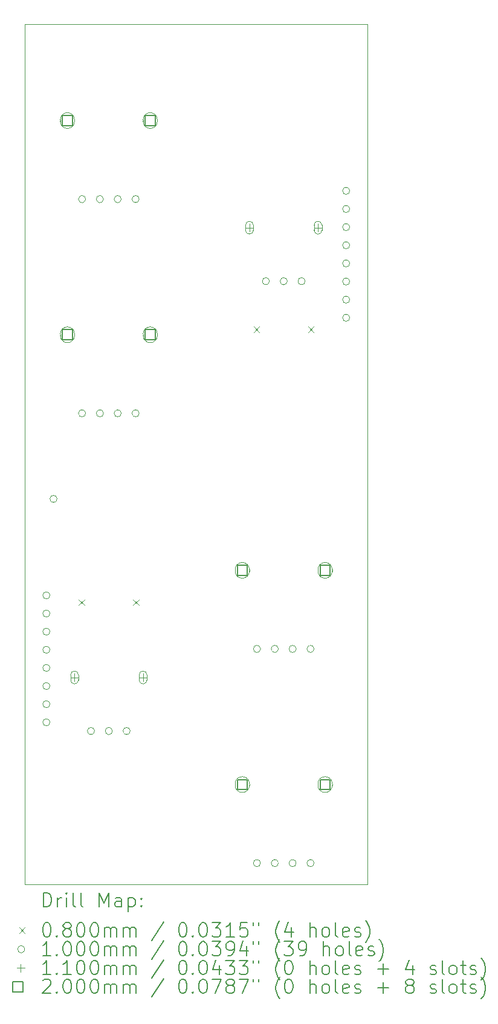
<source format=gbr>
%TF.GenerationSoftware,KiCad,Pcbnew,9.0.4*%
%TF.CreationDate,2025-10-04T20:57:21+02:00*%
%TF.ProjectId,DMH_Dual_VCA_Mk2_PCB_2,444d485f-4475-4616-9c5f-5643415f4d6b,1*%
%TF.SameCoordinates,Original*%
%TF.FileFunction,Drillmap*%
%TF.FilePolarity,Positive*%
%FSLAX45Y45*%
G04 Gerber Fmt 4.5, Leading zero omitted, Abs format (unit mm)*
G04 Created by KiCad (PCBNEW 9.0.4) date 2025-10-04 20:57:21*
%MOMM*%
%LPD*%
G01*
G04 APERTURE LIST*
%ADD10C,0.050000*%
%ADD11C,0.200000*%
%ADD12C,0.100000*%
%ADD13C,0.110000*%
G04 APERTURE END LIST*
D10*
X5100000Y-4250000D02*
X9900000Y-4250000D01*
X9900000Y-16300000D01*
X5100000Y-16300000D01*
X5100000Y-4250000D01*
D11*
D12*
X5854000Y-12310000D02*
X5934000Y-12390000D01*
X5934000Y-12310000D02*
X5854000Y-12390000D01*
X6616000Y-12310000D02*
X6696000Y-12390000D01*
X6696000Y-12310000D02*
X6616000Y-12390000D01*
X8304000Y-8485000D02*
X8384000Y-8565000D01*
X8384000Y-8485000D02*
X8304000Y-8565000D01*
X9066000Y-8485000D02*
X9146000Y-8565000D01*
X9146000Y-8485000D02*
X9066000Y-8565000D01*
X5450000Y-12250000D02*
G75*
G02*
X5350000Y-12250000I-50000J0D01*
G01*
X5350000Y-12250000D02*
G75*
G02*
X5450000Y-12250000I50000J0D01*
G01*
X5450000Y-12504000D02*
G75*
G02*
X5350000Y-12504000I-50000J0D01*
G01*
X5350000Y-12504000D02*
G75*
G02*
X5450000Y-12504000I50000J0D01*
G01*
X5450000Y-12758000D02*
G75*
G02*
X5350000Y-12758000I-50000J0D01*
G01*
X5350000Y-12758000D02*
G75*
G02*
X5450000Y-12758000I50000J0D01*
G01*
X5450000Y-13012000D02*
G75*
G02*
X5350000Y-13012000I-50000J0D01*
G01*
X5350000Y-13012000D02*
G75*
G02*
X5450000Y-13012000I50000J0D01*
G01*
X5450000Y-13266000D02*
G75*
G02*
X5350000Y-13266000I-50000J0D01*
G01*
X5350000Y-13266000D02*
G75*
G02*
X5450000Y-13266000I50000J0D01*
G01*
X5450000Y-13520000D02*
G75*
G02*
X5350000Y-13520000I-50000J0D01*
G01*
X5350000Y-13520000D02*
G75*
G02*
X5450000Y-13520000I50000J0D01*
G01*
X5450000Y-13774000D02*
G75*
G02*
X5350000Y-13774000I-50000J0D01*
G01*
X5350000Y-13774000D02*
G75*
G02*
X5450000Y-13774000I50000J0D01*
G01*
X5450000Y-14028000D02*
G75*
G02*
X5350000Y-14028000I-50000J0D01*
G01*
X5350000Y-14028000D02*
G75*
G02*
X5450000Y-14028000I50000J0D01*
G01*
X5550000Y-10900000D02*
G75*
G02*
X5450000Y-10900000I-50000J0D01*
G01*
X5450000Y-10900000D02*
G75*
G02*
X5550000Y-10900000I50000J0D01*
G01*
X5950000Y-6700000D02*
G75*
G02*
X5850000Y-6700000I-50000J0D01*
G01*
X5850000Y-6700000D02*
G75*
G02*
X5950000Y-6700000I50000J0D01*
G01*
X5950000Y-9700000D02*
G75*
G02*
X5850000Y-9700000I-50000J0D01*
G01*
X5850000Y-9700000D02*
G75*
G02*
X5950000Y-9700000I50000J0D01*
G01*
X6075000Y-14150000D02*
G75*
G02*
X5975000Y-14150000I-50000J0D01*
G01*
X5975000Y-14150000D02*
G75*
G02*
X6075000Y-14150000I50000J0D01*
G01*
X6200000Y-6700000D02*
G75*
G02*
X6100000Y-6700000I-50000J0D01*
G01*
X6100000Y-6700000D02*
G75*
G02*
X6200000Y-6700000I50000J0D01*
G01*
X6200000Y-9700000D02*
G75*
G02*
X6100000Y-9700000I-50000J0D01*
G01*
X6100000Y-9700000D02*
G75*
G02*
X6200000Y-9700000I50000J0D01*
G01*
X6325000Y-14150000D02*
G75*
G02*
X6225000Y-14150000I-50000J0D01*
G01*
X6225000Y-14150000D02*
G75*
G02*
X6325000Y-14150000I50000J0D01*
G01*
X6450000Y-6700000D02*
G75*
G02*
X6350000Y-6700000I-50000J0D01*
G01*
X6350000Y-6700000D02*
G75*
G02*
X6450000Y-6700000I50000J0D01*
G01*
X6450000Y-9700000D02*
G75*
G02*
X6350000Y-9700000I-50000J0D01*
G01*
X6350000Y-9700000D02*
G75*
G02*
X6450000Y-9700000I50000J0D01*
G01*
X6575000Y-14150000D02*
G75*
G02*
X6475000Y-14150000I-50000J0D01*
G01*
X6475000Y-14150000D02*
G75*
G02*
X6575000Y-14150000I50000J0D01*
G01*
X6700000Y-6700000D02*
G75*
G02*
X6600000Y-6700000I-50000J0D01*
G01*
X6600000Y-6700000D02*
G75*
G02*
X6700000Y-6700000I50000J0D01*
G01*
X6700000Y-9700000D02*
G75*
G02*
X6600000Y-9700000I-50000J0D01*
G01*
X6600000Y-9700000D02*
G75*
G02*
X6700000Y-9700000I50000J0D01*
G01*
X8400000Y-13000000D02*
G75*
G02*
X8300000Y-13000000I-50000J0D01*
G01*
X8300000Y-13000000D02*
G75*
G02*
X8400000Y-13000000I50000J0D01*
G01*
X8400000Y-16000000D02*
G75*
G02*
X8300000Y-16000000I-50000J0D01*
G01*
X8300000Y-16000000D02*
G75*
G02*
X8400000Y-16000000I50000J0D01*
G01*
X8525000Y-7850000D02*
G75*
G02*
X8425000Y-7850000I-50000J0D01*
G01*
X8425000Y-7850000D02*
G75*
G02*
X8525000Y-7850000I50000J0D01*
G01*
X8650000Y-13000000D02*
G75*
G02*
X8550000Y-13000000I-50000J0D01*
G01*
X8550000Y-13000000D02*
G75*
G02*
X8650000Y-13000000I50000J0D01*
G01*
X8650000Y-16000000D02*
G75*
G02*
X8550000Y-16000000I-50000J0D01*
G01*
X8550000Y-16000000D02*
G75*
G02*
X8650000Y-16000000I50000J0D01*
G01*
X8775000Y-7850000D02*
G75*
G02*
X8675000Y-7850000I-50000J0D01*
G01*
X8675000Y-7850000D02*
G75*
G02*
X8775000Y-7850000I50000J0D01*
G01*
X8900000Y-13000000D02*
G75*
G02*
X8800000Y-13000000I-50000J0D01*
G01*
X8800000Y-13000000D02*
G75*
G02*
X8900000Y-13000000I50000J0D01*
G01*
X8900000Y-16000000D02*
G75*
G02*
X8800000Y-16000000I-50000J0D01*
G01*
X8800000Y-16000000D02*
G75*
G02*
X8900000Y-16000000I50000J0D01*
G01*
X9025000Y-7850000D02*
G75*
G02*
X8925000Y-7850000I-50000J0D01*
G01*
X8925000Y-7850000D02*
G75*
G02*
X9025000Y-7850000I50000J0D01*
G01*
X9150000Y-13000000D02*
G75*
G02*
X9050000Y-13000000I-50000J0D01*
G01*
X9050000Y-13000000D02*
G75*
G02*
X9150000Y-13000000I50000J0D01*
G01*
X9150000Y-16000000D02*
G75*
G02*
X9050000Y-16000000I-50000J0D01*
G01*
X9050000Y-16000000D02*
G75*
G02*
X9150000Y-16000000I50000J0D01*
G01*
X9650000Y-6584000D02*
G75*
G02*
X9550000Y-6584000I-50000J0D01*
G01*
X9550000Y-6584000D02*
G75*
G02*
X9650000Y-6584000I50000J0D01*
G01*
X9650000Y-6838000D02*
G75*
G02*
X9550000Y-6838000I-50000J0D01*
G01*
X9550000Y-6838000D02*
G75*
G02*
X9650000Y-6838000I50000J0D01*
G01*
X9650000Y-7092000D02*
G75*
G02*
X9550000Y-7092000I-50000J0D01*
G01*
X9550000Y-7092000D02*
G75*
G02*
X9650000Y-7092000I50000J0D01*
G01*
X9650000Y-7346000D02*
G75*
G02*
X9550000Y-7346000I-50000J0D01*
G01*
X9550000Y-7346000D02*
G75*
G02*
X9650000Y-7346000I50000J0D01*
G01*
X9650000Y-7600000D02*
G75*
G02*
X9550000Y-7600000I-50000J0D01*
G01*
X9550000Y-7600000D02*
G75*
G02*
X9650000Y-7600000I50000J0D01*
G01*
X9650000Y-7854000D02*
G75*
G02*
X9550000Y-7854000I-50000J0D01*
G01*
X9550000Y-7854000D02*
G75*
G02*
X9650000Y-7854000I50000J0D01*
G01*
X9650000Y-8108000D02*
G75*
G02*
X9550000Y-8108000I-50000J0D01*
G01*
X9550000Y-8108000D02*
G75*
G02*
X9650000Y-8108000I50000J0D01*
G01*
X9650000Y-8362000D02*
G75*
G02*
X9550000Y-8362000I-50000J0D01*
G01*
X9550000Y-8362000D02*
G75*
G02*
X9650000Y-8362000I50000J0D01*
G01*
D13*
X5795000Y-13345000D02*
X5795000Y-13455000D01*
X5740000Y-13400000D02*
X5850000Y-13400000D01*
D12*
X5850000Y-13435000D02*
X5850000Y-13365000D01*
X5740000Y-13365000D02*
G75*
G02*
X5850000Y-13365000I55000J0D01*
G01*
X5740000Y-13365000D02*
X5740000Y-13435000D01*
X5740000Y-13435000D02*
G75*
G03*
X5850000Y-13435000I55000J0D01*
G01*
D13*
X6755000Y-13345000D02*
X6755000Y-13455000D01*
X6700000Y-13400000D02*
X6810000Y-13400000D01*
D12*
X6810000Y-13435000D02*
X6810000Y-13365000D01*
X6700000Y-13365000D02*
G75*
G02*
X6810000Y-13365000I55000J0D01*
G01*
X6700000Y-13365000D02*
X6700000Y-13435000D01*
X6700000Y-13435000D02*
G75*
G03*
X6810000Y-13435000I55000J0D01*
G01*
D13*
X8245000Y-7045000D02*
X8245000Y-7155000D01*
X8190000Y-7100000D02*
X8300000Y-7100000D01*
D12*
X8300000Y-7135000D02*
X8300000Y-7065000D01*
X8190000Y-7065000D02*
G75*
G02*
X8300000Y-7065000I55000J0D01*
G01*
X8190000Y-7065000D02*
X8190000Y-7135000D01*
X8190000Y-7135000D02*
G75*
G03*
X8300000Y-7135000I55000J0D01*
G01*
D13*
X9205000Y-7045000D02*
X9205000Y-7155000D01*
X9150000Y-7100000D02*
X9260000Y-7100000D01*
D12*
X9260000Y-7135000D02*
X9260000Y-7065000D01*
X9150000Y-7065000D02*
G75*
G02*
X9260000Y-7065000I55000J0D01*
G01*
X9150000Y-7065000D02*
X9150000Y-7135000D01*
X9150000Y-7135000D02*
G75*
G03*
X9260000Y-7135000I55000J0D01*
G01*
D11*
X5765711Y-5670711D02*
X5765711Y-5529289D01*
X5624289Y-5529289D01*
X5624289Y-5670711D01*
X5765711Y-5670711D01*
D12*
X5595000Y-5590000D02*
X5595000Y-5610000D01*
X5795000Y-5610000D02*
G75*
G02*
X5595000Y-5610000I-100000J0D01*
G01*
X5795000Y-5610000D02*
X5795000Y-5590000D01*
X5795000Y-5590000D02*
G75*
G03*
X5595000Y-5590000I-100000J0D01*
G01*
D11*
X5765711Y-8670711D02*
X5765711Y-8529289D01*
X5624289Y-8529289D01*
X5624289Y-8670711D01*
X5765711Y-8670711D01*
D12*
X5595000Y-8590000D02*
X5595000Y-8610000D01*
X5795000Y-8610000D02*
G75*
G02*
X5595000Y-8610000I-100000J0D01*
G01*
X5795000Y-8610000D02*
X5795000Y-8590000D01*
X5795000Y-8590000D02*
G75*
G03*
X5595000Y-8590000I-100000J0D01*
G01*
D11*
X6925711Y-5670711D02*
X6925711Y-5529289D01*
X6784289Y-5529289D01*
X6784289Y-5670711D01*
X6925711Y-5670711D01*
D12*
X6755000Y-5590000D02*
X6755000Y-5610000D01*
X6955000Y-5610000D02*
G75*
G02*
X6755000Y-5610000I-100000J0D01*
G01*
X6955000Y-5610000D02*
X6955000Y-5590000D01*
X6955000Y-5590000D02*
G75*
G03*
X6755000Y-5590000I-100000J0D01*
G01*
D11*
X6925711Y-8670711D02*
X6925711Y-8529289D01*
X6784289Y-8529289D01*
X6784289Y-8670711D01*
X6925711Y-8670711D01*
D12*
X6755000Y-8590000D02*
X6755000Y-8610000D01*
X6955000Y-8610000D02*
G75*
G02*
X6755000Y-8610000I-100000J0D01*
G01*
X6955000Y-8610000D02*
X6955000Y-8590000D01*
X6955000Y-8590000D02*
G75*
G03*
X6755000Y-8590000I-100000J0D01*
G01*
D11*
X8215711Y-11970711D02*
X8215711Y-11829289D01*
X8074289Y-11829289D01*
X8074289Y-11970711D01*
X8215711Y-11970711D01*
D12*
X8045000Y-11890000D02*
X8045000Y-11910000D01*
X8245000Y-11910000D02*
G75*
G02*
X8045000Y-11910000I-100000J0D01*
G01*
X8245000Y-11910000D02*
X8245000Y-11890000D01*
X8245000Y-11890000D02*
G75*
G03*
X8045000Y-11890000I-100000J0D01*
G01*
D11*
X8215711Y-14970711D02*
X8215711Y-14829289D01*
X8074289Y-14829289D01*
X8074289Y-14970711D01*
X8215711Y-14970711D01*
D12*
X8045000Y-14890000D02*
X8045000Y-14910000D01*
X8245000Y-14910000D02*
G75*
G02*
X8045000Y-14910000I-100000J0D01*
G01*
X8245000Y-14910000D02*
X8245000Y-14890000D01*
X8245000Y-14890000D02*
G75*
G03*
X8045000Y-14890000I-100000J0D01*
G01*
D11*
X9375711Y-11970711D02*
X9375711Y-11829289D01*
X9234289Y-11829289D01*
X9234289Y-11970711D01*
X9375711Y-11970711D01*
D12*
X9205000Y-11890000D02*
X9205000Y-11910000D01*
X9405000Y-11910000D02*
G75*
G02*
X9205000Y-11910000I-100000J0D01*
G01*
X9405000Y-11910000D02*
X9405000Y-11890000D01*
X9405000Y-11890000D02*
G75*
G03*
X9205000Y-11890000I-100000J0D01*
G01*
D11*
X9375711Y-14970711D02*
X9375711Y-14829289D01*
X9234289Y-14829289D01*
X9234289Y-14970711D01*
X9375711Y-14970711D01*
D12*
X9205000Y-14890000D02*
X9205000Y-14910000D01*
X9405000Y-14910000D02*
G75*
G02*
X9205000Y-14910000I-100000J0D01*
G01*
X9405000Y-14910000D02*
X9405000Y-14890000D01*
X9405000Y-14890000D02*
G75*
G03*
X9205000Y-14890000I-100000J0D01*
G01*
D11*
X5358277Y-16613984D02*
X5358277Y-16413984D01*
X5358277Y-16413984D02*
X5405896Y-16413984D01*
X5405896Y-16413984D02*
X5434467Y-16423508D01*
X5434467Y-16423508D02*
X5453515Y-16442555D01*
X5453515Y-16442555D02*
X5463039Y-16461603D01*
X5463039Y-16461603D02*
X5472563Y-16499698D01*
X5472563Y-16499698D02*
X5472563Y-16528269D01*
X5472563Y-16528269D02*
X5463039Y-16566365D01*
X5463039Y-16566365D02*
X5453515Y-16585412D01*
X5453515Y-16585412D02*
X5434467Y-16604460D01*
X5434467Y-16604460D02*
X5405896Y-16613984D01*
X5405896Y-16613984D02*
X5358277Y-16613984D01*
X5558277Y-16613984D02*
X5558277Y-16480650D01*
X5558277Y-16518746D02*
X5567801Y-16499698D01*
X5567801Y-16499698D02*
X5577324Y-16490174D01*
X5577324Y-16490174D02*
X5596372Y-16480650D01*
X5596372Y-16480650D02*
X5615420Y-16480650D01*
X5682086Y-16613984D02*
X5682086Y-16480650D01*
X5682086Y-16413984D02*
X5672562Y-16423508D01*
X5672562Y-16423508D02*
X5682086Y-16433031D01*
X5682086Y-16433031D02*
X5691610Y-16423508D01*
X5691610Y-16423508D02*
X5682086Y-16413984D01*
X5682086Y-16413984D02*
X5682086Y-16433031D01*
X5805896Y-16613984D02*
X5786848Y-16604460D01*
X5786848Y-16604460D02*
X5777324Y-16585412D01*
X5777324Y-16585412D02*
X5777324Y-16413984D01*
X5910658Y-16613984D02*
X5891610Y-16604460D01*
X5891610Y-16604460D02*
X5882086Y-16585412D01*
X5882086Y-16585412D02*
X5882086Y-16413984D01*
X6139229Y-16613984D02*
X6139229Y-16413984D01*
X6139229Y-16413984D02*
X6205896Y-16556841D01*
X6205896Y-16556841D02*
X6272562Y-16413984D01*
X6272562Y-16413984D02*
X6272562Y-16613984D01*
X6453515Y-16613984D02*
X6453515Y-16509222D01*
X6453515Y-16509222D02*
X6443991Y-16490174D01*
X6443991Y-16490174D02*
X6424943Y-16480650D01*
X6424943Y-16480650D02*
X6386848Y-16480650D01*
X6386848Y-16480650D02*
X6367801Y-16490174D01*
X6453515Y-16604460D02*
X6434467Y-16613984D01*
X6434467Y-16613984D02*
X6386848Y-16613984D01*
X6386848Y-16613984D02*
X6367801Y-16604460D01*
X6367801Y-16604460D02*
X6358277Y-16585412D01*
X6358277Y-16585412D02*
X6358277Y-16566365D01*
X6358277Y-16566365D02*
X6367801Y-16547317D01*
X6367801Y-16547317D02*
X6386848Y-16537793D01*
X6386848Y-16537793D02*
X6434467Y-16537793D01*
X6434467Y-16537793D02*
X6453515Y-16528269D01*
X6548753Y-16480650D02*
X6548753Y-16680650D01*
X6548753Y-16490174D02*
X6567801Y-16480650D01*
X6567801Y-16480650D02*
X6605896Y-16480650D01*
X6605896Y-16480650D02*
X6624943Y-16490174D01*
X6624943Y-16490174D02*
X6634467Y-16499698D01*
X6634467Y-16499698D02*
X6643991Y-16518746D01*
X6643991Y-16518746D02*
X6643991Y-16575888D01*
X6643991Y-16575888D02*
X6634467Y-16594936D01*
X6634467Y-16594936D02*
X6624943Y-16604460D01*
X6624943Y-16604460D02*
X6605896Y-16613984D01*
X6605896Y-16613984D02*
X6567801Y-16613984D01*
X6567801Y-16613984D02*
X6548753Y-16604460D01*
X6729705Y-16594936D02*
X6739229Y-16604460D01*
X6739229Y-16604460D02*
X6729705Y-16613984D01*
X6729705Y-16613984D02*
X6720182Y-16604460D01*
X6720182Y-16604460D02*
X6729705Y-16594936D01*
X6729705Y-16594936D02*
X6729705Y-16613984D01*
X6729705Y-16490174D02*
X6739229Y-16499698D01*
X6739229Y-16499698D02*
X6729705Y-16509222D01*
X6729705Y-16509222D02*
X6720182Y-16499698D01*
X6720182Y-16499698D02*
X6729705Y-16490174D01*
X6729705Y-16490174D02*
X6729705Y-16509222D01*
D12*
X5017500Y-16902500D02*
X5097500Y-16982500D01*
X5097500Y-16902500D02*
X5017500Y-16982500D01*
D11*
X5396372Y-16833984D02*
X5415420Y-16833984D01*
X5415420Y-16833984D02*
X5434467Y-16843508D01*
X5434467Y-16843508D02*
X5443991Y-16853031D01*
X5443991Y-16853031D02*
X5453515Y-16872079D01*
X5453515Y-16872079D02*
X5463039Y-16910174D01*
X5463039Y-16910174D02*
X5463039Y-16957793D01*
X5463039Y-16957793D02*
X5453515Y-16995889D01*
X5453515Y-16995889D02*
X5443991Y-17014936D01*
X5443991Y-17014936D02*
X5434467Y-17024460D01*
X5434467Y-17024460D02*
X5415420Y-17033984D01*
X5415420Y-17033984D02*
X5396372Y-17033984D01*
X5396372Y-17033984D02*
X5377324Y-17024460D01*
X5377324Y-17024460D02*
X5367801Y-17014936D01*
X5367801Y-17014936D02*
X5358277Y-16995889D01*
X5358277Y-16995889D02*
X5348753Y-16957793D01*
X5348753Y-16957793D02*
X5348753Y-16910174D01*
X5348753Y-16910174D02*
X5358277Y-16872079D01*
X5358277Y-16872079D02*
X5367801Y-16853031D01*
X5367801Y-16853031D02*
X5377324Y-16843508D01*
X5377324Y-16843508D02*
X5396372Y-16833984D01*
X5548753Y-17014936D02*
X5558277Y-17024460D01*
X5558277Y-17024460D02*
X5548753Y-17033984D01*
X5548753Y-17033984D02*
X5539229Y-17024460D01*
X5539229Y-17024460D02*
X5548753Y-17014936D01*
X5548753Y-17014936D02*
X5548753Y-17033984D01*
X5672562Y-16919698D02*
X5653515Y-16910174D01*
X5653515Y-16910174D02*
X5643991Y-16900650D01*
X5643991Y-16900650D02*
X5634467Y-16881603D01*
X5634467Y-16881603D02*
X5634467Y-16872079D01*
X5634467Y-16872079D02*
X5643991Y-16853031D01*
X5643991Y-16853031D02*
X5653515Y-16843508D01*
X5653515Y-16843508D02*
X5672562Y-16833984D01*
X5672562Y-16833984D02*
X5710658Y-16833984D01*
X5710658Y-16833984D02*
X5729705Y-16843508D01*
X5729705Y-16843508D02*
X5739229Y-16853031D01*
X5739229Y-16853031D02*
X5748753Y-16872079D01*
X5748753Y-16872079D02*
X5748753Y-16881603D01*
X5748753Y-16881603D02*
X5739229Y-16900650D01*
X5739229Y-16900650D02*
X5729705Y-16910174D01*
X5729705Y-16910174D02*
X5710658Y-16919698D01*
X5710658Y-16919698D02*
X5672562Y-16919698D01*
X5672562Y-16919698D02*
X5653515Y-16929222D01*
X5653515Y-16929222D02*
X5643991Y-16938746D01*
X5643991Y-16938746D02*
X5634467Y-16957793D01*
X5634467Y-16957793D02*
X5634467Y-16995889D01*
X5634467Y-16995889D02*
X5643991Y-17014936D01*
X5643991Y-17014936D02*
X5653515Y-17024460D01*
X5653515Y-17024460D02*
X5672562Y-17033984D01*
X5672562Y-17033984D02*
X5710658Y-17033984D01*
X5710658Y-17033984D02*
X5729705Y-17024460D01*
X5729705Y-17024460D02*
X5739229Y-17014936D01*
X5739229Y-17014936D02*
X5748753Y-16995889D01*
X5748753Y-16995889D02*
X5748753Y-16957793D01*
X5748753Y-16957793D02*
X5739229Y-16938746D01*
X5739229Y-16938746D02*
X5729705Y-16929222D01*
X5729705Y-16929222D02*
X5710658Y-16919698D01*
X5872562Y-16833984D02*
X5891610Y-16833984D01*
X5891610Y-16833984D02*
X5910658Y-16843508D01*
X5910658Y-16843508D02*
X5920182Y-16853031D01*
X5920182Y-16853031D02*
X5929705Y-16872079D01*
X5929705Y-16872079D02*
X5939229Y-16910174D01*
X5939229Y-16910174D02*
X5939229Y-16957793D01*
X5939229Y-16957793D02*
X5929705Y-16995889D01*
X5929705Y-16995889D02*
X5920182Y-17014936D01*
X5920182Y-17014936D02*
X5910658Y-17024460D01*
X5910658Y-17024460D02*
X5891610Y-17033984D01*
X5891610Y-17033984D02*
X5872562Y-17033984D01*
X5872562Y-17033984D02*
X5853515Y-17024460D01*
X5853515Y-17024460D02*
X5843991Y-17014936D01*
X5843991Y-17014936D02*
X5834467Y-16995889D01*
X5834467Y-16995889D02*
X5824943Y-16957793D01*
X5824943Y-16957793D02*
X5824943Y-16910174D01*
X5824943Y-16910174D02*
X5834467Y-16872079D01*
X5834467Y-16872079D02*
X5843991Y-16853031D01*
X5843991Y-16853031D02*
X5853515Y-16843508D01*
X5853515Y-16843508D02*
X5872562Y-16833984D01*
X6063039Y-16833984D02*
X6082086Y-16833984D01*
X6082086Y-16833984D02*
X6101134Y-16843508D01*
X6101134Y-16843508D02*
X6110658Y-16853031D01*
X6110658Y-16853031D02*
X6120182Y-16872079D01*
X6120182Y-16872079D02*
X6129705Y-16910174D01*
X6129705Y-16910174D02*
X6129705Y-16957793D01*
X6129705Y-16957793D02*
X6120182Y-16995889D01*
X6120182Y-16995889D02*
X6110658Y-17014936D01*
X6110658Y-17014936D02*
X6101134Y-17024460D01*
X6101134Y-17024460D02*
X6082086Y-17033984D01*
X6082086Y-17033984D02*
X6063039Y-17033984D01*
X6063039Y-17033984D02*
X6043991Y-17024460D01*
X6043991Y-17024460D02*
X6034467Y-17014936D01*
X6034467Y-17014936D02*
X6024943Y-16995889D01*
X6024943Y-16995889D02*
X6015420Y-16957793D01*
X6015420Y-16957793D02*
X6015420Y-16910174D01*
X6015420Y-16910174D02*
X6024943Y-16872079D01*
X6024943Y-16872079D02*
X6034467Y-16853031D01*
X6034467Y-16853031D02*
X6043991Y-16843508D01*
X6043991Y-16843508D02*
X6063039Y-16833984D01*
X6215420Y-17033984D02*
X6215420Y-16900650D01*
X6215420Y-16919698D02*
X6224943Y-16910174D01*
X6224943Y-16910174D02*
X6243991Y-16900650D01*
X6243991Y-16900650D02*
X6272563Y-16900650D01*
X6272563Y-16900650D02*
X6291610Y-16910174D01*
X6291610Y-16910174D02*
X6301134Y-16929222D01*
X6301134Y-16929222D02*
X6301134Y-17033984D01*
X6301134Y-16929222D02*
X6310658Y-16910174D01*
X6310658Y-16910174D02*
X6329705Y-16900650D01*
X6329705Y-16900650D02*
X6358277Y-16900650D01*
X6358277Y-16900650D02*
X6377324Y-16910174D01*
X6377324Y-16910174D02*
X6386848Y-16929222D01*
X6386848Y-16929222D02*
X6386848Y-17033984D01*
X6482086Y-17033984D02*
X6482086Y-16900650D01*
X6482086Y-16919698D02*
X6491610Y-16910174D01*
X6491610Y-16910174D02*
X6510658Y-16900650D01*
X6510658Y-16900650D02*
X6539229Y-16900650D01*
X6539229Y-16900650D02*
X6558277Y-16910174D01*
X6558277Y-16910174D02*
X6567801Y-16929222D01*
X6567801Y-16929222D02*
X6567801Y-17033984D01*
X6567801Y-16929222D02*
X6577324Y-16910174D01*
X6577324Y-16910174D02*
X6596372Y-16900650D01*
X6596372Y-16900650D02*
X6624943Y-16900650D01*
X6624943Y-16900650D02*
X6643991Y-16910174D01*
X6643991Y-16910174D02*
X6653515Y-16929222D01*
X6653515Y-16929222D02*
X6653515Y-17033984D01*
X7043991Y-16824460D02*
X6872563Y-17081603D01*
X7301134Y-16833984D02*
X7320182Y-16833984D01*
X7320182Y-16833984D02*
X7339229Y-16843508D01*
X7339229Y-16843508D02*
X7348753Y-16853031D01*
X7348753Y-16853031D02*
X7358277Y-16872079D01*
X7358277Y-16872079D02*
X7367801Y-16910174D01*
X7367801Y-16910174D02*
X7367801Y-16957793D01*
X7367801Y-16957793D02*
X7358277Y-16995889D01*
X7358277Y-16995889D02*
X7348753Y-17014936D01*
X7348753Y-17014936D02*
X7339229Y-17024460D01*
X7339229Y-17024460D02*
X7320182Y-17033984D01*
X7320182Y-17033984D02*
X7301134Y-17033984D01*
X7301134Y-17033984D02*
X7282086Y-17024460D01*
X7282086Y-17024460D02*
X7272563Y-17014936D01*
X7272563Y-17014936D02*
X7263039Y-16995889D01*
X7263039Y-16995889D02*
X7253515Y-16957793D01*
X7253515Y-16957793D02*
X7253515Y-16910174D01*
X7253515Y-16910174D02*
X7263039Y-16872079D01*
X7263039Y-16872079D02*
X7272563Y-16853031D01*
X7272563Y-16853031D02*
X7282086Y-16843508D01*
X7282086Y-16843508D02*
X7301134Y-16833984D01*
X7453515Y-17014936D02*
X7463039Y-17024460D01*
X7463039Y-17024460D02*
X7453515Y-17033984D01*
X7453515Y-17033984D02*
X7443991Y-17024460D01*
X7443991Y-17024460D02*
X7453515Y-17014936D01*
X7453515Y-17014936D02*
X7453515Y-17033984D01*
X7586848Y-16833984D02*
X7605896Y-16833984D01*
X7605896Y-16833984D02*
X7624944Y-16843508D01*
X7624944Y-16843508D02*
X7634467Y-16853031D01*
X7634467Y-16853031D02*
X7643991Y-16872079D01*
X7643991Y-16872079D02*
X7653515Y-16910174D01*
X7653515Y-16910174D02*
X7653515Y-16957793D01*
X7653515Y-16957793D02*
X7643991Y-16995889D01*
X7643991Y-16995889D02*
X7634467Y-17014936D01*
X7634467Y-17014936D02*
X7624944Y-17024460D01*
X7624944Y-17024460D02*
X7605896Y-17033984D01*
X7605896Y-17033984D02*
X7586848Y-17033984D01*
X7586848Y-17033984D02*
X7567801Y-17024460D01*
X7567801Y-17024460D02*
X7558277Y-17014936D01*
X7558277Y-17014936D02*
X7548753Y-16995889D01*
X7548753Y-16995889D02*
X7539229Y-16957793D01*
X7539229Y-16957793D02*
X7539229Y-16910174D01*
X7539229Y-16910174D02*
X7548753Y-16872079D01*
X7548753Y-16872079D02*
X7558277Y-16853031D01*
X7558277Y-16853031D02*
X7567801Y-16843508D01*
X7567801Y-16843508D02*
X7586848Y-16833984D01*
X7720182Y-16833984D02*
X7843991Y-16833984D01*
X7843991Y-16833984D02*
X7777325Y-16910174D01*
X7777325Y-16910174D02*
X7805896Y-16910174D01*
X7805896Y-16910174D02*
X7824944Y-16919698D01*
X7824944Y-16919698D02*
X7834467Y-16929222D01*
X7834467Y-16929222D02*
X7843991Y-16948270D01*
X7843991Y-16948270D02*
X7843991Y-16995889D01*
X7843991Y-16995889D02*
X7834467Y-17014936D01*
X7834467Y-17014936D02*
X7824944Y-17024460D01*
X7824944Y-17024460D02*
X7805896Y-17033984D01*
X7805896Y-17033984D02*
X7748753Y-17033984D01*
X7748753Y-17033984D02*
X7729706Y-17024460D01*
X7729706Y-17024460D02*
X7720182Y-17014936D01*
X8034467Y-17033984D02*
X7920182Y-17033984D01*
X7977325Y-17033984D02*
X7977325Y-16833984D01*
X7977325Y-16833984D02*
X7958277Y-16862555D01*
X7958277Y-16862555D02*
X7939229Y-16881603D01*
X7939229Y-16881603D02*
X7920182Y-16891127D01*
X8215420Y-16833984D02*
X8120182Y-16833984D01*
X8120182Y-16833984D02*
X8110658Y-16929222D01*
X8110658Y-16929222D02*
X8120182Y-16919698D01*
X8120182Y-16919698D02*
X8139229Y-16910174D01*
X8139229Y-16910174D02*
X8186848Y-16910174D01*
X8186848Y-16910174D02*
X8205896Y-16919698D01*
X8205896Y-16919698D02*
X8215420Y-16929222D01*
X8215420Y-16929222D02*
X8224944Y-16948270D01*
X8224944Y-16948270D02*
X8224944Y-16995889D01*
X8224944Y-16995889D02*
X8215420Y-17014936D01*
X8215420Y-17014936D02*
X8205896Y-17024460D01*
X8205896Y-17024460D02*
X8186848Y-17033984D01*
X8186848Y-17033984D02*
X8139229Y-17033984D01*
X8139229Y-17033984D02*
X8120182Y-17024460D01*
X8120182Y-17024460D02*
X8110658Y-17014936D01*
X8301134Y-16833984D02*
X8301134Y-16872079D01*
X8377325Y-16833984D02*
X8377325Y-16872079D01*
X8672563Y-17110174D02*
X8663039Y-17100650D01*
X8663039Y-17100650D02*
X8643991Y-17072079D01*
X8643991Y-17072079D02*
X8634468Y-17053031D01*
X8634468Y-17053031D02*
X8624944Y-17024460D01*
X8624944Y-17024460D02*
X8615420Y-16976841D01*
X8615420Y-16976841D02*
X8615420Y-16938746D01*
X8615420Y-16938746D02*
X8624944Y-16891127D01*
X8624944Y-16891127D02*
X8634468Y-16862555D01*
X8634468Y-16862555D02*
X8643991Y-16843508D01*
X8643991Y-16843508D02*
X8663039Y-16814936D01*
X8663039Y-16814936D02*
X8672563Y-16805412D01*
X8834468Y-16900650D02*
X8834468Y-17033984D01*
X8786849Y-16824460D02*
X8739230Y-16967317D01*
X8739230Y-16967317D02*
X8863039Y-16967317D01*
X9091611Y-17033984D02*
X9091611Y-16833984D01*
X9177325Y-17033984D02*
X9177325Y-16929222D01*
X9177325Y-16929222D02*
X9167801Y-16910174D01*
X9167801Y-16910174D02*
X9148753Y-16900650D01*
X9148753Y-16900650D02*
X9120182Y-16900650D01*
X9120182Y-16900650D02*
X9101134Y-16910174D01*
X9101134Y-16910174D02*
X9091611Y-16919698D01*
X9301134Y-17033984D02*
X9282087Y-17024460D01*
X9282087Y-17024460D02*
X9272563Y-17014936D01*
X9272563Y-17014936D02*
X9263039Y-16995889D01*
X9263039Y-16995889D02*
X9263039Y-16938746D01*
X9263039Y-16938746D02*
X9272563Y-16919698D01*
X9272563Y-16919698D02*
X9282087Y-16910174D01*
X9282087Y-16910174D02*
X9301134Y-16900650D01*
X9301134Y-16900650D02*
X9329706Y-16900650D01*
X9329706Y-16900650D02*
X9348753Y-16910174D01*
X9348753Y-16910174D02*
X9358277Y-16919698D01*
X9358277Y-16919698D02*
X9367801Y-16938746D01*
X9367801Y-16938746D02*
X9367801Y-16995889D01*
X9367801Y-16995889D02*
X9358277Y-17014936D01*
X9358277Y-17014936D02*
X9348753Y-17024460D01*
X9348753Y-17024460D02*
X9329706Y-17033984D01*
X9329706Y-17033984D02*
X9301134Y-17033984D01*
X9482087Y-17033984D02*
X9463039Y-17024460D01*
X9463039Y-17024460D02*
X9453515Y-17005412D01*
X9453515Y-17005412D02*
X9453515Y-16833984D01*
X9634468Y-17024460D02*
X9615420Y-17033984D01*
X9615420Y-17033984D02*
X9577325Y-17033984D01*
X9577325Y-17033984D02*
X9558277Y-17024460D01*
X9558277Y-17024460D02*
X9548753Y-17005412D01*
X9548753Y-17005412D02*
X9548753Y-16929222D01*
X9548753Y-16929222D02*
X9558277Y-16910174D01*
X9558277Y-16910174D02*
X9577325Y-16900650D01*
X9577325Y-16900650D02*
X9615420Y-16900650D01*
X9615420Y-16900650D02*
X9634468Y-16910174D01*
X9634468Y-16910174D02*
X9643992Y-16929222D01*
X9643992Y-16929222D02*
X9643992Y-16948270D01*
X9643992Y-16948270D02*
X9548753Y-16967317D01*
X9720182Y-17024460D02*
X9739230Y-17033984D01*
X9739230Y-17033984D02*
X9777325Y-17033984D01*
X9777325Y-17033984D02*
X9796373Y-17024460D01*
X9796373Y-17024460D02*
X9805896Y-17005412D01*
X9805896Y-17005412D02*
X9805896Y-16995889D01*
X9805896Y-16995889D02*
X9796373Y-16976841D01*
X9796373Y-16976841D02*
X9777325Y-16967317D01*
X9777325Y-16967317D02*
X9748753Y-16967317D01*
X9748753Y-16967317D02*
X9729706Y-16957793D01*
X9729706Y-16957793D02*
X9720182Y-16938746D01*
X9720182Y-16938746D02*
X9720182Y-16929222D01*
X9720182Y-16929222D02*
X9729706Y-16910174D01*
X9729706Y-16910174D02*
X9748753Y-16900650D01*
X9748753Y-16900650D02*
X9777325Y-16900650D01*
X9777325Y-16900650D02*
X9796373Y-16910174D01*
X9872563Y-17110174D02*
X9882087Y-17100650D01*
X9882087Y-17100650D02*
X9901134Y-17072079D01*
X9901134Y-17072079D02*
X9910658Y-17053031D01*
X9910658Y-17053031D02*
X9920182Y-17024460D01*
X9920182Y-17024460D02*
X9929706Y-16976841D01*
X9929706Y-16976841D02*
X9929706Y-16938746D01*
X9929706Y-16938746D02*
X9920182Y-16891127D01*
X9920182Y-16891127D02*
X9910658Y-16862555D01*
X9910658Y-16862555D02*
X9901134Y-16843508D01*
X9901134Y-16843508D02*
X9882087Y-16814936D01*
X9882087Y-16814936D02*
X9872563Y-16805412D01*
D12*
X5097500Y-17206500D02*
G75*
G02*
X4997500Y-17206500I-50000J0D01*
G01*
X4997500Y-17206500D02*
G75*
G02*
X5097500Y-17206500I50000J0D01*
G01*
D11*
X5463039Y-17297984D02*
X5348753Y-17297984D01*
X5405896Y-17297984D02*
X5405896Y-17097984D01*
X5405896Y-17097984D02*
X5386848Y-17126555D01*
X5386848Y-17126555D02*
X5367801Y-17145603D01*
X5367801Y-17145603D02*
X5348753Y-17155127D01*
X5548753Y-17278936D02*
X5558277Y-17288460D01*
X5558277Y-17288460D02*
X5548753Y-17297984D01*
X5548753Y-17297984D02*
X5539229Y-17288460D01*
X5539229Y-17288460D02*
X5548753Y-17278936D01*
X5548753Y-17278936D02*
X5548753Y-17297984D01*
X5682086Y-17097984D02*
X5701134Y-17097984D01*
X5701134Y-17097984D02*
X5720182Y-17107508D01*
X5720182Y-17107508D02*
X5729705Y-17117031D01*
X5729705Y-17117031D02*
X5739229Y-17136079D01*
X5739229Y-17136079D02*
X5748753Y-17174174D01*
X5748753Y-17174174D02*
X5748753Y-17221793D01*
X5748753Y-17221793D02*
X5739229Y-17259889D01*
X5739229Y-17259889D02*
X5729705Y-17278936D01*
X5729705Y-17278936D02*
X5720182Y-17288460D01*
X5720182Y-17288460D02*
X5701134Y-17297984D01*
X5701134Y-17297984D02*
X5682086Y-17297984D01*
X5682086Y-17297984D02*
X5663039Y-17288460D01*
X5663039Y-17288460D02*
X5653515Y-17278936D01*
X5653515Y-17278936D02*
X5643991Y-17259889D01*
X5643991Y-17259889D02*
X5634467Y-17221793D01*
X5634467Y-17221793D02*
X5634467Y-17174174D01*
X5634467Y-17174174D02*
X5643991Y-17136079D01*
X5643991Y-17136079D02*
X5653515Y-17117031D01*
X5653515Y-17117031D02*
X5663039Y-17107508D01*
X5663039Y-17107508D02*
X5682086Y-17097984D01*
X5872562Y-17097984D02*
X5891610Y-17097984D01*
X5891610Y-17097984D02*
X5910658Y-17107508D01*
X5910658Y-17107508D02*
X5920182Y-17117031D01*
X5920182Y-17117031D02*
X5929705Y-17136079D01*
X5929705Y-17136079D02*
X5939229Y-17174174D01*
X5939229Y-17174174D02*
X5939229Y-17221793D01*
X5939229Y-17221793D02*
X5929705Y-17259889D01*
X5929705Y-17259889D02*
X5920182Y-17278936D01*
X5920182Y-17278936D02*
X5910658Y-17288460D01*
X5910658Y-17288460D02*
X5891610Y-17297984D01*
X5891610Y-17297984D02*
X5872562Y-17297984D01*
X5872562Y-17297984D02*
X5853515Y-17288460D01*
X5853515Y-17288460D02*
X5843991Y-17278936D01*
X5843991Y-17278936D02*
X5834467Y-17259889D01*
X5834467Y-17259889D02*
X5824943Y-17221793D01*
X5824943Y-17221793D02*
X5824943Y-17174174D01*
X5824943Y-17174174D02*
X5834467Y-17136079D01*
X5834467Y-17136079D02*
X5843991Y-17117031D01*
X5843991Y-17117031D02*
X5853515Y-17107508D01*
X5853515Y-17107508D02*
X5872562Y-17097984D01*
X6063039Y-17097984D02*
X6082086Y-17097984D01*
X6082086Y-17097984D02*
X6101134Y-17107508D01*
X6101134Y-17107508D02*
X6110658Y-17117031D01*
X6110658Y-17117031D02*
X6120182Y-17136079D01*
X6120182Y-17136079D02*
X6129705Y-17174174D01*
X6129705Y-17174174D02*
X6129705Y-17221793D01*
X6129705Y-17221793D02*
X6120182Y-17259889D01*
X6120182Y-17259889D02*
X6110658Y-17278936D01*
X6110658Y-17278936D02*
X6101134Y-17288460D01*
X6101134Y-17288460D02*
X6082086Y-17297984D01*
X6082086Y-17297984D02*
X6063039Y-17297984D01*
X6063039Y-17297984D02*
X6043991Y-17288460D01*
X6043991Y-17288460D02*
X6034467Y-17278936D01*
X6034467Y-17278936D02*
X6024943Y-17259889D01*
X6024943Y-17259889D02*
X6015420Y-17221793D01*
X6015420Y-17221793D02*
X6015420Y-17174174D01*
X6015420Y-17174174D02*
X6024943Y-17136079D01*
X6024943Y-17136079D02*
X6034467Y-17117031D01*
X6034467Y-17117031D02*
X6043991Y-17107508D01*
X6043991Y-17107508D02*
X6063039Y-17097984D01*
X6215420Y-17297984D02*
X6215420Y-17164650D01*
X6215420Y-17183698D02*
X6224943Y-17174174D01*
X6224943Y-17174174D02*
X6243991Y-17164650D01*
X6243991Y-17164650D02*
X6272563Y-17164650D01*
X6272563Y-17164650D02*
X6291610Y-17174174D01*
X6291610Y-17174174D02*
X6301134Y-17193222D01*
X6301134Y-17193222D02*
X6301134Y-17297984D01*
X6301134Y-17193222D02*
X6310658Y-17174174D01*
X6310658Y-17174174D02*
X6329705Y-17164650D01*
X6329705Y-17164650D02*
X6358277Y-17164650D01*
X6358277Y-17164650D02*
X6377324Y-17174174D01*
X6377324Y-17174174D02*
X6386848Y-17193222D01*
X6386848Y-17193222D02*
X6386848Y-17297984D01*
X6482086Y-17297984D02*
X6482086Y-17164650D01*
X6482086Y-17183698D02*
X6491610Y-17174174D01*
X6491610Y-17174174D02*
X6510658Y-17164650D01*
X6510658Y-17164650D02*
X6539229Y-17164650D01*
X6539229Y-17164650D02*
X6558277Y-17174174D01*
X6558277Y-17174174D02*
X6567801Y-17193222D01*
X6567801Y-17193222D02*
X6567801Y-17297984D01*
X6567801Y-17193222D02*
X6577324Y-17174174D01*
X6577324Y-17174174D02*
X6596372Y-17164650D01*
X6596372Y-17164650D02*
X6624943Y-17164650D01*
X6624943Y-17164650D02*
X6643991Y-17174174D01*
X6643991Y-17174174D02*
X6653515Y-17193222D01*
X6653515Y-17193222D02*
X6653515Y-17297984D01*
X7043991Y-17088460D02*
X6872563Y-17345603D01*
X7301134Y-17097984D02*
X7320182Y-17097984D01*
X7320182Y-17097984D02*
X7339229Y-17107508D01*
X7339229Y-17107508D02*
X7348753Y-17117031D01*
X7348753Y-17117031D02*
X7358277Y-17136079D01*
X7358277Y-17136079D02*
X7367801Y-17174174D01*
X7367801Y-17174174D02*
X7367801Y-17221793D01*
X7367801Y-17221793D02*
X7358277Y-17259889D01*
X7358277Y-17259889D02*
X7348753Y-17278936D01*
X7348753Y-17278936D02*
X7339229Y-17288460D01*
X7339229Y-17288460D02*
X7320182Y-17297984D01*
X7320182Y-17297984D02*
X7301134Y-17297984D01*
X7301134Y-17297984D02*
X7282086Y-17288460D01*
X7282086Y-17288460D02*
X7272563Y-17278936D01*
X7272563Y-17278936D02*
X7263039Y-17259889D01*
X7263039Y-17259889D02*
X7253515Y-17221793D01*
X7253515Y-17221793D02*
X7253515Y-17174174D01*
X7253515Y-17174174D02*
X7263039Y-17136079D01*
X7263039Y-17136079D02*
X7272563Y-17117031D01*
X7272563Y-17117031D02*
X7282086Y-17107508D01*
X7282086Y-17107508D02*
X7301134Y-17097984D01*
X7453515Y-17278936D02*
X7463039Y-17288460D01*
X7463039Y-17288460D02*
X7453515Y-17297984D01*
X7453515Y-17297984D02*
X7443991Y-17288460D01*
X7443991Y-17288460D02*
X7453515Y-17278936D01*
X7453515Y-17278936D02*
X7453515Y-17297984D01*
X7586848Y-17097984D02*
X7605896Y-17097984D01*
X7605896Y-17097984D02*
X7624944Y-17107508D01*
X7624944Y-17107508D02*
X7634467Y-17117031D01*
X7634467Y-17117031D02*
X7643991Y-17136079D01*
X7643991Y-17136079D02*
X7653515Y-17174174D01*
X7653515Y-17174174D02*
X7653515Y-17221793D01*
X7653515Y-17221793D02*
X7643991Y-17259889D01*
X7643991Y-17259889D02*
X7634467Y-17278936D01*
X7634467Y-17278936D02*
X7624944Y-17288460D01*
X7624944Y-17288460D02*
X7605896Y-17297984D01*
X7605896Y-17297984D02*
X7586848Y-17297984D01*
X7586848Y-17297984D02*
X7567801Y-17288460D01*
X7567801Y-17288460D02*
X7558277Y-17278936D01*
X7558277Y-17278936D02*
X7548753Y-17259889D01*
X7548753Y-17259889D02*
X7539229Y-17221793D01*
X7539229Y-17221793D02*
X7539229Y-17174174D01*
X7539229Y-17174174D02*
X7548753Y-17136079D01*
X7548753Y-17136079D02*
X7558277Y-17117031D01*
X7558277Y-17117031D02*
X7567801Y-17107508D01*
X7567801Y-17107508D02*
X7586848Y-17097984D01*
X7720182Y-17097984D02*
X7843991Y-17097984D01*
X7843991Y-17097984D02*
X7777325Y-17174174D01*
X7777325Y-17174174D02*
X7805896Y-17174174D01*
X7805896Y-17174174D02*
X7824944Y-17183698D01*
X7824944Y-17183698D02*
X7834467Y-17193222D01*
X7834467Y-17193222D02*
X7843991Y-17212270D01*
X7843991Y-17212270D02*
X7843991Y-17259889D01*
X7843991Y-17259889D02*
X7834467Y-17278936D01*
X7834467Y-17278936D02*
X7824944Y-17288460D01*
X7824944Y-17288460D02*
X7805896Y-17297984D01*
X7805896Y-17297984D02*
X7748753Y-17297984D01*
X7748753Y-17297984D02*
X7729706Y-17288460D01*
X7729706Y-17288460D02*
X7720182Y-17278936D01*
X7939229Y-17297984D02*
X7977325Y-17297984D01*
X7977325Y-17297984D02*
X7996372Y-17288460D01*
X7996372Y-17288460D02*
X8005896Y-17278936D01*
X8005896Y-17278936D02*
X8024944Y-17250365D01*
X8024944Y-17250365D02*
X8034467Y-17212270D01*
X8034467Y-17212270D02*
X8034467Y-17136079D01*
X8034467Y-17136079D02*
X8024944Y-17117031D01*
X8024944Y-17117031D02*
X8015420Y-17107508D01*
X8015420Y-17107508D02*
X7996372Y-17097984D01*
X7996372Y-17097984D02*
X7958277Y-17097984D01*
X7958277Y-17097984D02*
X7939229Y-17107508D01*
X7939229Y-17107508D02*
X7929706Y-17117031D01*
X7929706Y-17117031D02*
X7920182Y-17136079D01*
X7920182Y-17136079D02*
X7920182Y-17183698D01*
X7920182Y-17183698D02*
X7929706Y-17202746D01*
X7929706Y-17202746D02*
X7939229Y-17212270D01*
X7939229Y-17212270D02*
X7958277Y-17221793D01*
X7958277Y-17221793D02*
X7996372Y-17221793D01*
X7996372Y-17221793D02*
X8015420Y-17212270D01*
X8015420Y-17212270D02*
X8024944Y-17202746D01*
X8024944Y-17202746D02*
X8034467Y-17183698D01*
X8205896Y-17164650D02*
X8205896Y-17297984D01*
X8158277Y-17088460D02*
X8110658Y-17231317D01*
X8110658Y-17231317D02*
X8234467Y-17231317D01*
X8301134Y-17097984D02*
X8301134Y-17136079D01*
X8377325Y-17097984D02*
X8377325Y-17136079D01*
X8672563Y-17374174D02*
X8663039Y-17364650D01*
X8663039Y-17364650D02*
X8643991Y-17336079D01*
X8643991Y-17336079D02*
X8634468Y-17317031D01*
X8634468Y-17317031D02*
X8624944Y-17288460D01*
X8624944Y-17288460D02*
X8615420Y-17240841D01*
X8615420Y-17240841D02*
X8615420Y-17202746D01*
X8615420Y-17202746D02*
X8624944Y-17155127D01*
X8624944Y-17155127D02*
X8634468Y-17126555D01*
X8634468Y-17126555D02*
X8643991Y-17107508D01*
X8643991Y-17107508D02*
X8663039Y-17078936D01*
X8663039Y-17078936D02*
X8672563Y-17069412D01*
X8729706Y-17097984D02*
X8853515Y-17097984D01*
X8853515Y-17097984D02*
X8786849Y-17174174D01*
X8786849Y-17174174D02*
X8815420Y-17174174D01*
X8815420Y-17174174D02*
X8834468Y-17183698D01*
X8834468Y-17183698D02*
X8843991Y-17193222D01*
X8843991Y-17193222D02*
X8853515Y-17212270D01*
X8853515Y-17212270D02*
X8853515Y-17259889D01*
X8853515Y-17259889D02*
X8843991Y-17278936D01*
X8843991Y-17278936D02*
X8834468Y-17288460D01*
X8834468Y-17288460D02*
X8815420Y-17297984D01*
X8815420Y-17297984D02*
X8758277Y-17297984D01*
X8758277Y-17297984D02*
X8739230Y-17288460D01*
X8739230Y-17288460D02*
X8729706Y-17278936D01*
X8948753Y-17297984D02*
X8986849Y-17297984D01*
X8986849Y-17297984D02*
X9005896Y-17288460D01*
X9005896Y-17288460D02*
X9015420Y-17278936D01*
X9015420Y-17278936D02*
X9034468Y-17250365D01*
X9034468Y-17250365D02*
X9043991Y-17212270D01*
X9043991Y-17212270D02*
X9043991Y-17136079D01*
X9043991Y-17136079D02*
X9034468Y-17117031D01*
X9034468Y-17117031D02*
X9024944Y-17107508D01*
X9024944Y-17107508D02*
X9005896Y-17097984D01*
X9005896Y-17097984D02*
X8967801Y-17097984D01*
X8967801Y-17097984D02*
X8948753Y-17107508D01*
X8948753Y-17107508D02*
X8939230Y-17117031D01*
X8939230Y-17117031D02*
X8929706Y-17136079D01*
X8929706Y-17136079D02*
X8929706Y-17183698D01*
X8929706Y-17183698D02*
X8939230Y-17202746D01*
X8939230Y-17202746D02*
X8948753Y-17212270D01*
X8948753Y-17212270D02*
X8967801Y-17221793D01*
X8967801Y-17221793D02*
X9005896Y-17221793D01*
X9005896Y-17221793D02*
X9024944Y-17212270D01*
X9024944Y-17212270D02*
X9034468Y-17202746D01*
X9034468Y-17202746D02*
X9043991Y-17183698D01*
X9282087Y-17297984D02*
X9282087Y-17097984D01*
X9367801Y-17297984D02*
X9367801Y-17193222D01*
X9367801Y-17193222D02*
X9358277Y-17174174D01*
X9358277Y-17174174D02*
X9339230Y-17164650D01*
X9339230Y-17164650D02*
X9310658Y-17164650D01*
X9310658Y-17164650D02*
X9291611Y-17174174D01*
X9291611Y-17174174D02*
X9282087Y-17183698D01*
X9491611Y-17297984D02*
X9472563Y-17288460D01*
X9472563Y-17288460D02*
X9463039Y-17278936D01*
X9463039Y-17278936D02*
X9453515Y-17259889D01*
X9453515Y-17259889D02*
X9453515Y-17202746D01*
X9453515Y-17202746D02*
X9463039Y-17183698D01*
X9463039Y-17183698D02*
X9472563Y-17174174D01*
X9472563Y-17174174D02*
X9491611Y-17164650D01*
X9491611Y-17164650D02*
X9520182Y-17164650D01*
X9520182Y-17164650D02*
X9539230Y-17174174D01*
X9539230Y-17174174D02*
X9548753Y-17183698D01*
X9548753Y-17183698D02*
X9558277Y-17202746D01*
X9558277Y-17202746D02*
X9558277Y-17259889D01*
X9558277Y-17259889D02*
X9548753Y-17278936D01*
X9548753Y-17278936D02*
X9539230Y-17288460D01*
X9539230Y-17288460D02*
X9520182Y-17297984D01*
X9520182Y-17297984D02*
X9491611Y-17297984D01*
X9672563Y-17297984D02*
X9653515Y-17288460D01*
X9653515Y-17288460D02*
X9643992Y-17269412D01*
X9643992Y-17269412D02*
X9643992Y-17097984D01*
X9824944Y-17288460D02*
X9805896Y-17297984D01*
X9805896Y-17297984D02*
X9767801Y-17297984D01*
X9767801Y-17297984D02*
X9748753Y-17288460D01*
X9748753Y-17288460D02*
X9739230Y-17269412D01*
X9739230Y-17269412D02*
X9739230Y-17193222D01*
X9739230Y-17193222D02*
X9748753Y-17174174D01*
X9748753Y-17174174D02*
X9767801Y-17164650D01*
X9767801Y-17164650D02*
X9805896Y-17164650D01*
X9805896Y-17164650D02*
X9824944Y-17174174D01*
X9824944Y-17174174D02*
X9834468Y-17193222D01*
X9834468Y-17193222D02*
X9834468Y-17212270D01*
X9834468Y-17212270D02*
X9739230Y-17231317D01*
X9910658Y-17288460D02*
X9929706Y-17297984D01*
X9929706Y-17297984D02*
X9967801Y-17297984D01*
X9967801Y-17297984D02*
X9986849Y-17288460D01*
X9986849Y-17288460D02*
X9996373Y-17269412D01*
X9996373Y-17269412D02*
X9996373Y-17259889D01*
X9996373Y-17259889D02*
X9986849Y-17240841D01*
X9986849Y-17240841D02*
X9967801Y-17231317D01*
X9967801Y-17231317D02*
X9939230Y-17231317D01*
X9939230Y-17231317D02*
X9920182Y-17221793D01*
X9920182Y-17221793D02*
X9910658Y-17202746D01*
X9910658Y-17202746D02*
X9910658Y-17193222D01*
X9910658Y-17193222D02*
X9920182Y-17174174D01*
X9920182Y-17174174D02*
X9939230Y-17164650D01*
X9939230Y-17164650D02*
X9967801Y-17164650D01*
X9967801Y-17164650D02*
X9986849Y-17174174D01*
X10063039Y-17374174D02*
X10072563Y-17364650D01*
X10072563Y-17364650D02*
X10091611Y-17336079D01*
X10091611Y-17336079D02*
X10101134Y-17317031D01*
X10101134Y-17317031D02*
X10110658Y-17288460D01*
X10110658Y-17288460D02*
X10120182Y-17240841D01*
X10120182Y-17240841D02*
X10120182Y-17202746D01*
X10120182Y-17202746D02*
X10110658Y-17155127D01*
X10110658Y-17155127D02*
X10101134Y-17126555D01*
X10101134Y-17126555D02*
X10091611Y-17107508D01*
X10091611Y-17107508D02*
X10072563Y-17078936D01*
X10072563Y-17078936D02*
X10063039Y-17069412D01*
D13*
X5042500Y-17415500D02*
X5042500Y-17525500D01*
X4987500Y-17470500D02*
X5097500Y-17470500D01*
D11*
X5463039Y-17561984D02*
X5348753Y-17561984D01*
X5405896Y-17561984D02*
X5405896Y-17361984D01*
X5405896Y-17361984D02*
X5386848Y-17390555D01*
X5386848Y-17390555D02*
X5367801Y-17409603D01*
X5367801Y-17409603D02*
X5348753Y-17419127D01*
X5548753Y-17542936D02*
X5558277Y-17552460D01*
X5558277Y-17552460D02*
X5548753Y-17561984D01*
X5548753Y-17561984D02*
X5539229Y-17552460D01*
X5539229Y-17552460D02*
X5548753Y-17542936D01*
X5548753Y-17542936D02*
X5548753Y-17561984D01*
X5748753Y-17561984D02*
X5634467Y-17561984D01*
X5691610Y-17561984D02*
X5691610Y-17361984D01*
X5691610Y-17361984D02*
X5672562Y-17390555D01*
X5672562Y-17390555D02*
X5653515Y-17409603D01*
X5653515Y-17409603D02*
X5634467Y-17419127D01*
X5872562Y-17361984D02*
X5891610Y-17361984D01*
X5891610Y-17361984D02*
X5910658Y-17371508D01*
X5910658Y-17371508D02*
X5920182Y-17381031D01*
X5920182Y-17381031D02*
X5929705Y-17400079D01*
X5929705Y-17400079D02*
X5939229Y-17438174D01*
X5939229Y-17438174D02*
X5939229Y-17485793D01*
X5939229Y-17485793D02*
X5929705Y-17523889D01*
X5929705Y-17523889D02*
X5920182Y-17542936D01*
X5920182Y-17542936D02*
X5910658Y-17552460D01*
X5910658Y-17552460D02*
X5891610Y-17561984D01*
X5891610Y-17561984D02*
X5872562Y-17561984D01*
X5872562Y-17561984D02*
X5853515Y-17552460D01*
X5853515Y-17552460D02*
X5843991Y-17542936D01*
X5843991Y-17542936D02*
X5834467Y-17523889D01*
X5834467Y-17523889D02*
X5824943Y-17485793D01*
X5824943Y-17485793D02*
X5824943Y-17438174D01*
X5824943Y-17438174D02*
X5834467Y-17400079D01*
X5834467Y-17400079D02*
X5843991Y-17381031D01*
X5843991Y-17381031D02*
X5853515Y-17371508D01*
X5853515Y-17371508D02*
X5872562Y-17361984D01*
X6063039Y-17361984D02*
X6082086Y-17361984D01*
X6082086Y-17361984D02*
X6101134Y-17371508D01*
X6101134Y-17371508D02*
X6110658Y-17381031D01*
X6110658Y-17381031D02*
X6120182Y-17400079D01*
X6120182Y-17400079D02*
X6129705Y-17438174D01*
X6129705Y-17438174D02*
X6129705Y-17485793D01*
X6129705Y-17485793D02*
X6120182Y-17523889D01*
X6120182Y-17523889D02*
X6110658Y-17542936D01*
X6110658Y-17542936D02*
X6101134Y-17552460D01*
X6101134Y-17552460D02*
X6082086Y-17561984D01*
X6082086Y-17561984D02*
X6063039Y-17561984D01*
X6063039Y-17561984D02*
X6043991Y-17552460D01*
X6043991Y-17552460D02*
X6034467Y-17542936D01*
X6034467Y-17542936D02*
X6024943Y-17523889D01*
X6024943Y-17523889D02*
X6015420Y-17485793D01*
X6015420Y-17485793D02*
X6015420Y-17438174D01*
X6015420Y-17438174D02*
X6024943Y-17400079D01*
X6024943Y-17400079D02*
X6034467Y-17381031D01*
X6034467Y-17381031D02*
X6043991Y-17371508D01*
X6043991Y-17371508D02*
X6063039Y-17361984D01*
X6215420Y-17561984D02*
X6215420Y-17428650D01*
X6215420Y-17447698D02*
X6224943Y-17438174D01*
X6224943Y-17438174D02*
X6243991Y-17428650D01*
X6243991Y-17428650D02*
X6272563Y-17428650D01*
X6272563Y-17428650D02*
X6291610Y-17438174D01*
X6291610Y-17438174D02*
X6301134Y-17457222D01*
X6301134Y-17457222D02*
X6301134Y-17561984D01*
X6301134Y-17457222D02*
X6310658Y-17438174D01*
X6310658Y-17438174D02*
X6329705Y-17428650D01*
X6329705Y-17428650D02*
X6358277Y-17428650D01*
X6358277Y-17428650D02*
X6377324Y-17438174D01*
X6377324Y-17438174D02*
X6386848Y-17457222D01*
X6386848Y-17457222D02*
X6386848Y-17561984D01*
X6482086Y-17561984D02*
X6482086Y-17428650D01*
X6482086Y-17447698D02*
X6491610Y-17438174D01*
X6491610Y-17438174D02*
X6510658Y-17428650D01*
X6510658Y-17428650D02*
X6539229Y-17428650D01*
X6539229Y-17428650D02*
X6558277Y-17438174D01*
X6558277Y-17438174D02*
X6567801Y-17457222D01*
X6567801Y-17457222D02*
X6567801Y-17561984D01*
X6567801Y-17457222D02*
X6577324Y-17438174D01*
X6577324Y-17438174D02*
X6596372Y-17428650D01*
X6596372Y-17428650D02*
X6624943Y-17428650D01*
X6624943Y-17428650D02*
X6643991Y-17438174D01*
X6643991Y-17438174D02*
X6653515Y-17457222D01*
X6653515Y-17457222D02*
X6653515Y-17561984D01*
X7043991Y-17352460D02*
X6872563Y-17609603D01*
X7301134Y-17361984D02*
X7320182Y-17361984D01*
X7320182Y-17361984D02*
X7339229Y-17371508D01*
X7339229Y-17371508D02*
X7348753Y-17381031D01*
X7348753Y-17381031D02*
X7358277Y-17400079D01*
X7358277Y-17400079D02*
X7367801Y-17438174D01*
X7367801Y-17438174D02*
X7367801Y-17485793D01*
X7367801Y-17485793D02*
X7358277Y-17523889D01*
X7358277Y-17523889D02*
X7348753Y-17542936D01*
X7348753Y-17542936D02*
X7339229Y-17552460D01*
X7339229Y-17552460D02*
X7320182Y-17561984D01*
X7320182Y-17561984D02*
X7301134Y-17561984D01*
X7301134Y-17561984D02*
X7282086Y-17552460D01*
X7282086Y-17552460D02*
X7272563Y-17542936D01*
X7272563Y-17542936D02*
X7263039Y-17523889D01*
X7263039Y-17523889D02*
X7253515Y-17485793D01*
X7253515Y-17485793D02*
X7253515Y-17438174D01*
X7253515Y-17438174D02*
X7263039Y-17400079D01*
X7263039Y-17400079D02*
X7272563Y-17381031D01*
X7272563Y-17381031D02*
X7282086Y-17371508D01*
X7282086Y-17371508D02*
X7301134Y-17361984D01*
X7453515Y-17542936D02*
X7463039Y-17552460D01*
X7463039Y-17552460D02*
X7453515Y-17561984D01*
X7453515Y-17561984D02*
X7443991Y-17552460D01*
X7443991Y-17552460D02*
X7453515Y-17542936D01*
X7453515Y-17542936D02*
X7453515Y-17561984D01*
X7586848Y-17361984D02*
X7605896Y-17361984D01*
X7605896Y-17361984D02*
X7624944Y-17371508D01*
X7624944Y-17371508D02*
X7634467Y-17381031D01*
X7634467Y-17381031D02*
X7643991Y-17400079D01*
X7643991Y-17400079D02*
X7653515Y-17438174D01*
X7653515Y-17438174D02*
X7653515Y-17485793D01*
X7653515Y-17485793D02*
X7643991Y-17523889D01*
X7643991Y-17523889D02*
X7634467Y-17542936D01*
X7634467Y-17542936D02*
X7624944Y-17552460D01*
X7624944Y-17552460D02*
X7605896Y-17561984D01*
X7605896Y-17561984D02*
X7586848Y-17561984D01*
X7586848Y-17561984D02*
X7567801Y-17552460D01*
X7567801Y-17552460D02*
X7558277Y-17542936D01*
X7558277Y-17542936D02*
X7548753Y-17523889D01*
X7548753Y-17523889D02*
X7539229Y-17485793D01*
X7539229Y-17485793D02*
X7539229Y-17438174D01*
X7539229Y-17438174D02*
X7548753Y-17400079D01*
X7548753Y-17400079D02*
X7558277Y-17381031D01*
X7558277Y-17381031D02*
X7567801Y-17371508D01*
X7567801Y-17371508D02*
X7586848Y-17361984D01*
X7824944Y-17428650D02*
X7824944Y-17561984D01*
X7777325Y-17352460D02*
X7729706Y-17495317D01*
X7729706Y-17495317D02*
X7853515Y-17495317D01*
X7910658Y-17361984D02*
X8034467Y-17361984D01*
X8034467Y-17361984D02*
X7967801Y-17438174D01*
X7967801Y-17438174D02*
X7996372Y-17438174D01*
X7996372Y-17438174D02*
X8015420Y-17447698D01*
X8015420Y-17447698D02*
X8024944Y-17457222D01*
X8024944Y-17457222D02*
X8034467Y-17476270D01*
X8034467Y-17476270D02*
X8034467Y-17523889D01*
X8034467Y-17523889D02*
X8024944Y-17542936D01*
X8024944Y-17542936D02*
X8015420Y-17552460D01*
X8015420Y-17552460D02*
X7996372Y-17561984D01*
X7996372Y-17561984D02*
X7939229Y-17561984D01*
X7939229Y-17561984D02*
X7920182Y-17552460D01*
X7920182Y-17552460D02*
X7910658Y-17542936D01*
X8101134Y-17361984D02*
X8224944Y-17361984D01*
X8224944Y-17361984D02*
X8158277Y-17438174D01*
X8158277Y-17438174D02*
X8186848Y-17438174D01*
X8186848Y-17438174D02*
X8205896Y-17447698D01*
X8205896Y-17447698D02*
X8215420Y-17457222D01*
X8215420Y-17457222D02*
X8224944Y-17476270D01*
X8224944Y-17476270D02*
X8224944Y-17523889D01*
X8224944Y-17523889D02*
X8215420Y-17542936D01*
X8215420Y-17542936D02*
X8205896Y-17552460D01*
X8205896Y-17552460D02*
X8186848Y-17561984D01*
X8186848Y-17561984D02*
X8129706Y-17561984D01*
X8129706Y-17561984D02*
X8110658Y-17552460D01*
X8110658Y-17552460D02*
X8101134Y-17542936D01*
X8301134Y-17361984D02*
X8301134Y-17400079D01*
X8377325Y-17361984D02*
X8377325Y-17400079D01*
X8672563Y-17638174D02*
X8663039Y-17628650D01*
X8663039Y-17628650D02*
X8643991Y-17600079D01*
X8643991Y-17600079D02*
X8634468Y-17581031D01*
X8634468Y-17581031D02*
X8624944Y-17552460D01*
X8624944Y-17552460D02*
X8615420Y-17504841D01*
X8615420Y-17504841D02*
X8615420Y-17466746D01*
X8615420Y-17466746D02*
X8624944Y-17419127D01*
X8624944Y-17419127D02*
X8634468Y-17390555D01*
X8634468Y-17390555D02*
X8643991Y-17371508D01*
X8643991Y-17371508D02*
X8663039Y-17342936D01*
X8663039Y-17342936D02*
X8672563Y-17333412D01*
X8786849Y-17361984D02*
X8805896Y-17361984D01*
X8805896Y-17361984D02*
X8824944Y-17371508D01*
X8824944Y-17371508D02*
X8834468Y-17381031D01*
X8834468Y-17381031D02*
X8843991Y-17400079D01*
X8843991Y-17400079D02*
X8853515Y-17438174D01*
X8853515Y-17438174D02*
X8853515Y-17485793D01*
X8853515Y-17485793D02*
X8843991Y-17523889D01*
X8843991Y-17523889D02*
X8834468Y-17542936D01*
X8834468Y-17542936D02*
X8824944Y-17552460D01*
X8824944Y-17552460D02*
X8805896Y-17561984D01*
X8805896Y-17561984D02*
X8786849Y-17561984D01*
X8786849Y-17561984D02*
X8767801Y-17552460D01*
X8767801Y-17552460D02*
X8758277Y-17542936D01*
X8758277Y-17542936D02*
X8748753Y-17523889D01*
X8748753Y-17523889D02*
X8739230Y-17485793D01*
X8739230Y-17485793D02*
X8739230Y-17438174D01*
X8739230Y-17438174D02*
X8748753Y-17400079D01*
X8748753Y-17400079D02*
X8758277Y-17381031D01*
X8758277Y-17381031D02*
X8767801Y-17371508D01*
X8767801Y-17371508D02*
X8786849Y-17361984D01*
X9091611Y-17561984D02*
X9091611Y-17361984D01*
X9177325Y-17561984D02*
X9177325Y-17457222D01*
X9177325Y-17457222D02*
X9167801Y-17438174D01*
X9167801Y-17438174D02*
X9148753Y-17428650D01*
X9148753Y-17428650D02*
X9120182Y-17428650D01*
X9120182Y-17428650D02*
X9101134Y-17438174D01*
X9101134Y-17438174D02*
X9091611Y-17447698D01*
X9301134Y-17561984D02*
X9282087Y-17552460D01*
X9282087Y-17552460D02*
X9272563Y-17542936D01*
X9272563Y-17542936D02*
X9263039Y-17523889D01*
X9263039Y-17523889D02*
X9263039Y-17466746D01*
X9263039Y-17466746D02*
X9272563Y-17447698D01*
X9272563Y-17447698D02*
X9282087Y-17438174D01*
X9282087Y-17438174D02*
X9301134Y-17428650D01*
X9301134Y-17428650D02*
X9329706Y-17428650D01*
X9329706Y-17428650D02*
X9348753Y-17438174D01*
X9348753Y-17438174D02*
X9358277Y-17447698D01*
X9358277Y-17447698D02*
X9367801Y-17466746D01*
X9367801Y-17466746D02*
X9367801Y-17523889D01*
X9367801Y-17523889D02*
X9358277Y-17542936D01*
X9358277Y-17542936D02*
X9348753Y-17552460D01*
X9348753Y-17552460D02*
X9329706Y-17561984D01*
X9329706Y-17561984D02*
X9301134Y-17561984D01*
X9482087Y-17561984D02*
X9463039Y-17552460D01*
X9463039Y-17552460D02*
X9453515Y-17533412D01*
X9453515Y-17533412D02*
X9453515Y-17361984D01*
X9634468Y-17552460D02*
X9615420Y-17561984D01*
X9615420Y-17561984D02*
X9577325Y-17561984D01*
X9577325Y-17561984D02*
X9558277Y-17552460D01*
X9558277Y-17552460D02*
X9548753Y-17533412D01*
X9548753Y-17533412D02*
X9548753Y-17457222D01*
X9548753Y-17457222D02*
X9558277Y-17438174D01*
X9558277Y-17438174D02*
X9577325Y-17428650D01*
X9577325Y-17428650D02*
X9615420Y-17428650D01*
X9615420Y-17428650D02*
X9634468Y-17438174D01*
X9634468Y-17438174D02*
X9643992Y-17457222D01*
X9643992Y-17457222D02*
X9643992Y-17476270D01*
X9643992Y-17476270D02*
X9548753Y-17495317D01*
X9720182Y-17552460D02*
X9739230Y-17561984D01*
X9739230Y-17561984D02*
X9777325Y-17561984D01*
X9777325Y-17561984D02*
X9796373Y-17552460D01*
X9796373Y-17552460D02*
X9805896Y-17533412D01*
X9805896Y-17533412D02*
X9805896Y-17523889D01*
X9805896Y-17523889D02*
X9796373Y-17504841D01*
X9796373Y-17504841D02*
X9777325Y-17495317D01*
X9777325Y-17495317D02*
X9748753Y-17495317D01*
X9748753Y-17495317D02*
X9729706Y-17485793D01*
X9729706Y-17485793D02*
X9720182Y-17466746D01*
X9720182Y-17466746D02*
X9720182Y-17457222D01*
X9720182Y-17457222D02*
X9729706Y-17438174D01*
X9729706Y-17438174D02*
X9748753Y-17428650D01*
X9748753Y-17428650D02*
X9777325Y-17428650D01*
X9777325Y-17428650D02*
X9796373Y-17438174D01*
X10043992Y-17485793D02*
X10196373Y-17485793D01*
X10120182Y-17561984D02*
X10120182Y-17409603D01*
X10529706Y-17428650D02*
X10529706Y-17561984D01*
X10482087Y-17352460D02*
X10434468Y-17495317D01*
X10434468Y-17495317D02*
X10558277Y-17495317D01*
X10777325Y-17552460D02*
X10796373Y-17561984D01*
X10796373Y-17561984D02*
X10834468Y-17561984D01*
X10834468Y-17561984D02*
X10853516Y-17552460D01*
X10853516Y-17552460D02*
X10863039Y-17533412D01*
X10863039Y-17533412D02*
X10863039Y-17523889D01*
X10863039Y-17523889D02*
X10853516Y-17504841D01*
X10853516Y-17504841D02*
X10834468Y-17495317D01*
X10834468Y-17495317D02*
X10805896Y-17495317D01*
X10805896Y-17495317D02*
X10786849Y-17485793D01*
X10786849Y-17485793D02*
X10777325Y-17466746D01*
X10777325Y-17466746D02*
X10777325Y-17457222D01*
X10777325Y-17457222D02*
X10786849Y-17438174D01*
X10786849Y-17438174D02*
X10805896Y-17428650D01*
X10805896Y-17428650D02*
X10834468Y-17428650D01*
X10834468Y-17428650D02*
X10853516Y-17438174D01*
X10977325Y-17561984D02*
X10958277Y-17552460D01*
X10958277Y-17552460D02*
X10948754Y-17533412D01*
X10948754Y-17533412D02*
X10948754Y-17361984D01*
X11082087Y-17561984D02*
X11063039Y-17552460D01*
X11063039Y-17552460D02*
X11053516Y-17542936D01*
X11053516Y-17542936D02*
X11043992Y-17523889D01*
X11043992Y-17523889D02*
X11043992Y-17466746D01*
X11043992Y-17466746D02*
X11053516Y-17447698D01*
X11053516Y-17447698D02*
X11063039Y-17438174D01*
X11063039Y-17438174D02*
X11082087Y-17428650D01*
X11082087Y-17428650D02*
X11110658Y-17428650D01*
X11110658Y-17428650D02*
X11129706Y-17438174D01*
X11129706Y-17438174D02*
X11139230Y-17447698D01*
X11139230Y-17447698D02*
X11148754Y-17466746D01*
X11148754Y-17466746D02*
X11148754Y-17523889D01*
X11148754Y-17523889D02*
X11139230Y-17542936D01*
X11139230Y-17542936D02*
X11129706Y-17552460D01*
X11129706Y-17552460D02*
X11110658Y-17561984D01*
X11110658Y-17561984D02*
X11082087Y-17561984D01*
X11205896Y-17428650D02*
X11282087Y-17428650D01*
X11234468Y-17361984D02*
X11234468Y-17533412D01*
X11234468Y-17533412D02*
X11243992Y-17552460D01*
X11243992Y-17552460D02*
X11263039Y-17561984D01*
X11263039Y-17561984D02*
X11282087Y-17561984D01*
X11339230Y-17552460D02*
X11358277Y-17561984D01*
X11358277Y-17561984D02*
X11396373Y-17561984D01*
X11396373Y-17561984D02*
X11415420Y-17552460D01*
X11415420Y-17552460D02*
X11424944Y-17533412D01*
X11424944Y-17533412D02*
X11424944Y-17523889D01*
X11424944Y-17523889D02*
X11415420Y-17504841D01*
X11415420Y-17504841D02*
X11396373Y-17495317D01*
X11396373Y-17495317D02*
X11367801Y-17495317D01*
X11367801Y-17495317D02*
X11348754Y-17485793D01*
X11348754Y-17485793D02*
X11339230Y-17466746D01*
X11339230Y-17466746D02*
X11339230Y-17457222D01*
X11339230Y-17457222D02*
X11348754Y-17438174D01*
X11348754Y-17438174D02*
X11367801Y-17428650D01*
X11367801Y-17428650D02*
X11396373Y-17428650D01*
X11396373Y-17428650D02*
X11415420Y-17438174D01*
X11491611Y-17638174D02*
X11501135Y-17628650D01*
X11501135Y-17628650D02*
X11520182Y-17600079D01*
X11520182Y-17600079D02*
X11529706Y-17581031D01*
X11529706Y-17581031D02*
X11539230Y-17552460D01*
X11539230Y-17552460D02*
X11548754Y-17504841D01*
X11548754Y-17504841D02*
X11548754Y-17466746D01*
X11548754Y-17466746D02*
X11539230Y-17419127D01*
X11539230Y-17419127D02*
X11529706Y-17390555D01*
X11529706Y-17390555D02*
X11520182Y-17371508D01*
X11520182Y-17371508D02*
X11501135Y-17342936D01*
X11501135Y-17342936D02*
X11491611Y-17333412D01*
X5068211Y-17805211D02*
X5068211Y-17663789D01*
X4926789Y-17663789D01*
X4926789Y-17805211D01*
X5068211Y-17805211D01*
X5348753Y-17645031D02*
X5358277Y-17635508D01*
X5358277Y-17635508D02*
X5377324Y-17625984D01*
X5377324Y-17625984D02*
X5424944Y-17625984D01*
X5424944Y-17625984D02*
X5443991Y-17635508D01*
X5443991Y-17635508D02*
X5453515Y-17645031D01*
X5453515Y-17645031D02*
X5463039Y-17664079D01*
X5463039Y-17664079D02*
X5463039Y-17683127D01*
X5463039Y-17683127D02*
X5453515Y-17711698D01*
X5453515Y-17711698D02*
X5339229Y-17825984D01*
X5339229Y-17825984D02*
X5463039Y-17825984D01*
X5548753Y-17806936D02*
X5558277Y-17816460D01*
X5558277Y-17816460D02*
X5548753Y-17825984D01*
X5548753Y-17825984D02*
X5539229Y-17816460D01*
X5539229Y-17816460D02*
X5548753Y-17806936D01*
X5548753Y-17806936D02*
X5548753Y-17825984D01*
X5682086Y-17625984D02*
X5701134Y-17625984D01*
X5701134Y-17625984D02*
X5720182Y-17635508D01*
X5720182Y-17635508D02*
X5729705Y-17645031D01*
X5729705Y-17645031D02*
X5739229Y-17664079D01*
X5739229Y-17664079D02*
X5748753Y-17702174D01*
X5748753Y-17702174D02*
X5748753Y-17749793D01*
X5748753Y-17749793D02*
X5739229Y-17787889D01*
X5739229Y-17787889D02*
X5729705Y-17806936D01*
X5729705Y-17806936D02*
X5720182Y-17816460D01*
X5720182Y-17816460D02*
X5701134Y-17825984D01*
X5701134Y-17825984D02*
X5682086Y-17825984D01*
X5682086Y-17825984D02*
X5663039Y-17816460D01*
X5663039Y-17816460D02*
X5653515Y-17806936D01*
X5653515Y-17806936D02*
X5643991Y-17787889D01*
X5643991Y-17787889D02*
X5634467Y-17749793D01*
X5634467Y-17749793D02*
X5634467Y-17702174D01*
X5634467Y-17702174D02*
X5643991Y-17664079D01*
X5643991Y-17664079D02*
X5653515Y-17645031D01*
X5653515Y-17645031D02*
X5663039Y-17635508D01*
X5663039Y-17635508D02*
X5682086Y-17625984D01*
X5872562Y-17625984D02*
X5891610Y-17625984D01*
X5891610Y-17625984D02*
X5910658Y-17635508D01*
X5910658Y-17635508D02*
X5920182Y-17645031D01*
X5920182Y-17645031D02*
X5929705Y-17664079D01*
X5929705Y-17664079D02*
X5939229Y-17702174D01*
X5939229Y-17702174D02*
X5939229Y-17749793D01*
X5939229Y-17749793D02*
X5929705Y-17787889D01*
X5929705Y-17787889D02*
X5920182Y-17806936D01*
X5920182Y-17806936D02*
X5910658Y-17816460D01*
X5910658Y-17816460D02*
X5891610Y-17825984D01*
X5891610Y-17825984D02*
X5872562Y-17825984D01*
X5872562Y-17825984D02*
X5853515Y-17816460D01*
X5853515Y-17816460D02*
X5843991Y-17806936D01*
X5843991Y-17806936D02*
X5834467Y-17787889D01*
X5834467Y-17787889D02*
X5824943Y-17749793D01*
X5824943Y-17749793D02*
X5824943Y-17702174D01*
X5824943Y-17702174D02*
X5834467Y-17664079D01*
X5834467Y-17664079D02*
X5843991Y-17645031D01*
X5843991Y-17645031D02*
X5853515Y-17635508D01*
X5853515Y-17635508D02*
X5872562Y-17625984D01*
X6063039Y-17625984D02*
X6082086Y-17625984D01*
X6082086Y-17625984D02*
X6101134Y-17635508D01*
X6101134Y-17635508D02*
X6110658Y-17645031D01*
X6110658Y-17645031D02*
X6120182Y-17664079D01*
X6120182Y-17664079D02*
X6129705Y-17702174D01*
X6129705Y-17702174D02*
X6129705Y-17749793D01*
X6129705Y-17749793D02*
X6120182Y-17787889D01*
X6120182Y-17787889D02*
X6110658Y-17806936D01*
X6110658Y-17806936D02*
X6101134Y-17816460D01*
X6101134Y-17816460D02*
X6082086Y-17825984D01*
X6082086Y-17825984D02*
X6063039Y-17825984D01*
X6063039Y-17825984D02*
X6043991Y-17816460D01*
X6043991Y-17816460D02*
X6034467Y-17806936D01*
X6034467Y-17806936D02*
X6024943Y-17787889D01*
X6024943Y-17787889D02*
X6015420Y-17749793D01*
X6015420Y-17749793D02*
X6015420Y-17702174D01*
X6015420Y-17702174D02*
X6024943Y-17664079D01*
X6024943Y-17664079D02*
X6034467Y-17645031D01*
X6034467Y-17645031D02*
X6043991Y-17635508D01*
X6043991Y-17635508D02*
X6063039Y-17625984D01*
X6215420Y-17825984D02*
X6215420Y-17692650D01*
X6215420Y-17711698D02*
X6224943Y-17702174D01*
X6224943Y-17702174D02*
X6243991Y-17692650D01*
X6243991Y-17692650D02*
X6272563Y-17692650D01*
X6272563Y-17692650D02*
X6291610Y-17702174D01*
X6291610Y-17702174D02*
X6301134Y-17721222D01*
X6301134Y-17721222D02*
X6301134Y-17825984D01*
X6301134Y-17721222D02*
X6310658Y-17702174D01*
X6310658Y-17702174D02*
X6329705Y-17692650D01*
X6329705Y-17692650D02*
X6358277Y-17692650D01*
X6358277Y-17692650D02*
X6377324Y-17702174D01*
X6377324Y-17702174D02*
X6386848Y-17721222D01*
X6386848Y-17721222D02*
X6386848Y-17825984D01*
X6482086Y-17825984D02*
X6482086Y-17692650D01*
X6482086Y-17711698D02*
X6491610Y-17702174D01*
X6491610Y-17702174D02*
X6510658Y-17692650D01*
X6510658Y-17692650D02*
X6539229Y-17692650D01*
X6539229Y-17692650D02*
X6558277Y-17702174D01*
X6558277Y-17702174D02*
X6567801Y-17721222D01*
X6567801Y-17721222D02*
X6567801Y-17825984D01*
X6567801Y-17721222D02*
X6577324Y-17702174D01*
X6577324Y-17702174D02*
X6596372Y-17692650D01*
X6596372Y-17692650D02*
X6624943Y-17692650D01*
X6624943Y-17692650D02*
X6643991Y-17702174D01*
X6643991Y-17702174D02*
X6653515Y-17721222D01*
X6653515Y-17721222D02*
X6653515Y-17825984D01*
X7043991Y-17616460D02*
X6872563Y-17873603D01*
X7301134Y-17625984D02*
X7320182Y-17625984D01*
X7320182Y-17625984D02*
X7339229Y-17635508D01*
X7339229Y-17635508D02*
X7348753Y-17645031D01*
X7348753Y-17645031D02*
X7358277Y-17664079D01*
X7358277Y-17664079D02*
X7367801Y-17702174D01*
X7367801Y-17702174D02*
X7367801Y-17749793D01*
X7367801Y-17749793D02*
X7358277Y-17787889D01*
X7358277Y-17787889D02*
X7348753Y-17806936D01*
X7348753Y-17806936D02*
X7339229Y-17816460D01*
X7339229Y-17816460D02*
X7320182Y-17825984D01*
X7320182Y-17825984D02*
X7301134Y-17825984D01*
X7301134Y-17825984D02*
X7282086Y-17816460D01*
X7282086Y-17816460D02*
X7272563Y-17806936D01*
X7272563Y-17806936D02*
X7263039Y-17787889D01*
X7263039Y-17787889D02*
X7253515Y-17749793D01*
X7253515Y-17749793D02*
X7253515Y-17702174D01*
X7253515Y-17702174D02*
X7263039Y-17664079D01*
X7263039Y-17664079D02*
X7272563Y-17645031D01*
X7272563Y-17645031D02*
X7282086Y-17635508D01*
X7282086Y-17635508D02*
X7301134Y-17625984D01*
X7453515Y-17806936D02*
X7463039Y-17816460D01*
X7463039Y-17816460D02*
X7453515Y-17825984D01*
X7453515Y-17825984D02*
X7443991Y-17816460D01*
X7443991Y-17816460D02*
X7453515Y-17806936D01*
X7453515Y-17806936D02*
X7453515Y-17825984D01*
X7586848Y-17625984D02*
X7605896Y-17625984D01*
X7605896Y-17625984D02*
X7624944Y-17635508D01*
X7624944Y-17635508D02*
X7634467Y-17645031D01*
X7634467Y-17645031D02*
X7643991Y-17664079D01*
X7643991Y-17664079D02*
X7653515Y-17702174D01*
X7653515Y-17702174D02*
X7653515Y-17749793D01*
X7653515Y-17749793D02*
X7643991Y-17787889D01*
X7643991Y-17787889D02*
X7634467Y-17806936D01*
X7634467Y-17806936D02*
X7624944Y-17816460D01*
X7624944Y-17816460D02*
X7605896Y-17825984D01*
X7605896Y-17825984D02*
X7586848Y-17825984D01*
X7586848Y-17825984D02*
X7567801Y-17816460D01*
X7567801Y-17816460D02*
X7558277Y-17806936D01*
X7558277Y-17806936D02*
X7548753Y-17787889D01*
X7548753Y-17787889D02*
X7539229Y-17749793D01*
X7539229Y-17749793D02*
X7539229Y-17702174D01*
X7539229Y-17702174D02*
X7548753Y-17664079D01*
X7548753Y-17664079D02*
X7558277Y-17645031D01*
X7558277Y-17645031D02*
X7567801Y-17635508D01*
X7567801Y-17635508D02*
X7586848Y-17625984D01*
X7720182Y-17625984D02*
X7853515Y-17625984D01*
X7853515Y-17625984D02*
X7767801Y-17825984D01*
X7958277Y-17711698D02*
X7939229Y-17702174D01*
X7939229Y-17702174D02*
X7929706Y-17692650D01*
X7929706Y-17692650D02*
X7920182Y-17673603D01*
X7920182Y-17673603D02*
X7920182Y-17664079D01*
X7920182Y-17664079D02*
X7929706Y-17645031D01*
X7929706Y-17645031D02*
X7939229Y-17635508D01*
X7939229Y-17635508D02*
X7958277Y-17625984D01*
X7958277Y-17625984D02*
X7996372Y-17625984D01*
X7996372Y-17625984D02*
X8015420Y-17635508D01*
X8015420Y-17635508D02*
X8024944Y-17645031D01*
X8024944Y-17645031D02*
X8034467Y-17664079D01*
X8034467Y-17664079D02*
X8034467Y-17673603D01*
X8034467Y-17673603D02*
X8024944Y-17692650D01*
X8024944Y-17692650D02*
X8015420Y-17702174D01*
X8015420Y-17702174D02*
X7996372Y-17711698D01*
X7996372Y-17711698D02*
X7958277Y-17711698D01*
X7958277Y-17711698D02*
X7939229Y-17721222D01*
X7939229Y-17721222D02*
X7929706Y-17730746D01*
X7929706Y-17730746D02*
X7920182Y-17749793D01*
X7920182Y-17749793D02*
X7920182Y-17787889D01*
X7920182Y-17787889D02*
X7929706Y-17806936D01*
X7929706Y-17806936D02*
X7939229Y-17816460D01*
X7939229Y-17816460D02*
X7958277Y-17825984D01*
X7958277Y-17825984D02*
X7996372Y-17825984D01*
X7996372Y-17825984D02*
X8015420Y-17816460D01*
X8015420Y-17816460D02*
X8024944Y-17806936D01*
X8024944Y-17806936D02*
X8034467Y-17787889D01*
X8034467Y-17787889D02*
X8034467Y-17749793D01*
X8034467Y-17749793D02*
X8024944Y-17730746D01*
X8024944Y-17730746D02*
X8015420Y-17721222D01*
X8015420Y-17721222D02*
X7996372Y-17711698D01*
X8101134Y-17625984D02*
X8234467Y-17625984D01*
X8234467Y-17625984D02*
X8148753Y-17825984D01*
X8301134Y-17625984D02*
X8301134Y-17664079D01*
X8377325Y-17625984D02*
X8377325Y-17664079D01*
X8672563Y-17902174D02*
X8663039Y-17892650D01*
X8663039Y-17892650D02*
X8643991Y-17864079D01*
X8643991Y-17864079D02*
X8634468Y-17845031D01*
X8634468Y-17845031D02*
X8624944Y-17816460D01*
X8624944Y-17816460D02*
X8615420Y-17768841D01*
X8615420Y-17768841D02*
X8615420Y-17730746D01*
X8615420Y-17730746D02*
X8624944Y-17683127D01*
X8624944Y-17683127D02*
X8634468Y-17654555D01*
X8634468Y-17654555D02*
X8643991Y-17635508D01*
X8643991Y-17635508D02*
X8663039Y-17606936D01*
X8663039Y-17606936D02*
X8672563Y-17597412D01*
X8786849Y-17625984D02*
X8805896Y-17625984D01*
X8805896Y-17625984D02*
X8824944Y-17635508D01*
X8824944Y-17635508D02*
X8834468Y-17645031D01*
X8834468Y-17645031D02*
X8843991Y-17664079D01*
X8843991Y-17664079D02*
X8853515Y-17702174D01*
X8853515Y-17702174D02*
X8853515Y-17749793D01*
X8853515Y-17749793D02*
X8843991Y-17787889D01*
X8843991Y-17787889D02*
X8834468Y-17806936D01*
X8834468Y-17806936D02*
X8824944Y-17816460D01*
X8824944Y-17816460D02*
X8805896Y-17825984D01*
X8805896Y-17825984D02*
X8786849Y-17825984D01*
X8786849Y-17825984D02*
X8767801Y-17816460D01*
X8767801Y-17816460D02*
X8758277Y-17806936D01*
X8758277Y-17806936D02*
X8748753Y-17787889D01*
X8748753Y-17787889D02*
X8739230Y-17749793D01*
X8739230Y-17749793D02*
X8739230Y-17702174D01*
X8739230Y-17702174D02*
X8748753Y-17664079D01*
X8748753Y-17664079D02*
X8758277Y-17645031D01*
X8758277Y-17645031D02*
X8767801Y-17635508D01*
X8767801Y-17635508D02*
X8786849Y-17625984D01*
X9091611Y-17825984D02*
X9091611Y-17625984D01*
X9177325Y-17825984D02*
X9177325Y-17721222D01*
X9177325Y-17721222D02*
X9167801Y-17702174D01*
X9167801Y-17702174D02*
X9148753Y-17692650D01*
X9148753Y-17692650D02*
X9120182Y-17692650D01*
X9120182Y-17692650D02*
X9101134Y-17702174D01*
X9101134Y-17702174D02*
X9091611Y-17711698D01*
X9301134Y-17825984D02*
X9282087Y-17816460D01*
X9282087Y-17816460D02*
X9272563Y-17806936D01*
X9272563Y-17806936D02*
X9263039Y-17787889D01*
X9263039Y-17787889D02*
X9263039Y-17730746D01*
X9263039Y-17730746D02*
X9272563Y-17711698D01*
X9272563Y-17711698D02*
X9282087Y-17702174D01*
X9282087Y-17702174D02*
X9301134Y-17692650D01*
X9301134Y-17692650D02*
X9329706Y-17692650D01*
X9329706Y-17692650D02*
X9348753Y-17702174D01*
X9348753Y-17702174D02*
X9358277Y-17711698D01*
X9358277Y-17711698D02*
X9367801Y-17730746D01*
X9367801Y-17730746D02*
X9367801Y-17787889D01*
X9367801Y-17787889D02*
X9358277Y-17806936D01*
X9358277Y-17806936D02*
X9348753Y-17816460D01*
X9348753Y-17816460D02*
X9329706Y-17825984D01*
X9329706Y-17825984D02*
X9301134Y-17825984D01*
X9482087Y-17825984D02*
X9463039Y-17816460D01*
X9463039Y-17816460D02*
X9453515Y-17797412D01*
X9453515Y-17797412D02*
X9453515Y-17625984D01*
X9634468Y-17816460D02*
X9615420Y-17825984D01*
X9615420Y-17825984D02*
X9577325Y-17825984D01*
X9577325Y-17825984D02*
X9558277Y-17816460D01*
X9558277Y-17816460D02*
X9548753Y-17797412D01*
X9548753Y-17797412D02*
X9548753Y-17721222D01*
X9548753Y-17721222D02*
X9558277Y-17702174D01*
X9558277Y-17702174D02*
X9577325Y-17692650D01*
X9577325Y-17692650D02*
X9615420Y-17692650D01*
X9615420Y-17692650D02*
X9634468Y-17702174D01*
X9634468Y-17702174D02*
X9643992Y-17721222D01*
X9643992Y-17721222D02*
X9643992Y-17740270D01*
X9643992Y-17740270D02*
X9548753Y-17759317D01*
X9720182Y-17816460D02*
X9739230Y-17825984D01*
X9739230Y-17825984D02*
X9777325Y-17825984D01*
X9777325Y-17825984D02*
X9796373Y-17816460D01*
X9796373Y-17816460D02*
X9805896Y-17797412D01*
X9805896Y-17797412D02*
X9805896Y-17787889D01*
X9805896Y-17787889D02*
X9796373Y-17768841D01*
X9796373Y-17768841D02*
X9777325Y-17759317D01*
X9777325Y-17759317D02*
X9748753Y-17759317D01*
X9748753Y-17759317D02*
X9729706Y-17749793D01*
X9729706Y-17749793D02*
X9720182Y-17730746D01*
X9720182Y-17730746D02*
X9720182Y-17721222D01*
X9720182Y-17721222D02*
X9729706Y-17702174D01*
X9729706Y-17702174D02*
X9748753Y-17692650D01*
X9748753Y-17692650D02*
X9777325Y-17692650D01*
X9777325Y-17692650D02*
X9796373Y-17702174D01*
X10043992Y-17749793D02*
X10196373Y-17749793D01*
X10120182Y-17825984D02*
X10120182Y-17673603D01*
X10472563Y-17711698D02*
X10453515Y-17702174D01*
X10453515Y-17702174D02*
X10443992Y-17692650D01*
X10443992Y-17692650D02*
X10434468Y-17673603D01*
X10434468Y-17673603D02*
X10434468Y-17664079D01*
X10434468Y-17664079D02*
X10443992Y-17645031D01*
X10443992Y-17645031D02*
X10453515Y-17635508D01*
X10453515Y-17635508D02*
X10472563Y-17625984D01*
X10472563Y-17625984D02*
X10510658Y-17625984D01*
X10510658Y-17625984D02*
X10529706Y-17635508D01*
X10529706Y-17635508D02*
X10539230Y-17645031D01*
X10539230Y-17645031D02*
X10548754Y-17664079D01*
X10548754Y-17664079D02*
X10548754Y-17673603D01*
X10548754Y-17673603D02*
X10539230Y-17692650D01*
X10539230Y-17692650D02*
X10529706Y-17702174D01*
X10529706Y-17702174D02*
X10510658Y-17711698D01*
X10510658Y-17711698D02*
X10472563Y-17711698D01*
X10472563Y-17711698D02*
X10453515Y-17721222D01*
X10453515Y-17721222D02*
X10443992Y-17730746D01*
X10443992Y-17730746D02*
X10434468Y-17749793D01*
X10434468Y-17749793D02*
X10434468Y-17787889D01*
X10434468Y-17787889D02*
X10443992Y-17806936D01*
X10443992Y-17806936D02*
X10453515Y-17816460D01*
X10453515Y-17816460D02*
X10472563Y-17825984D01*
X10472563Y-17825984D02*
X10510658Y-17825984D01*
X10510658Y-17825984D02*
X10529706Y-17816460D01*
X10529706Y-17816460D02*
X10539230Y-17806936D01*
X10539230Y-17806936D02*
X10548754Y-17787889D01*
X10548754Y-17787889D02*
X10548754Y-17749793D01*
X10548754Y-17749793D02*
X10539230Y-17730746D01*
X10539230Y-17730746D02*
X10529706Y-17721222D01*
X10529706Y-17721222D02*
X10510658Y-17711698D01*
X10777325Y-17816460D02*
X10796373Y-17825984D01*
X10796373Y-17825984D02*
X10834468Y-17825984D01*
X10834468Y-17825984D02*
X10853516Y-17816460D01*
X10853516Y-17816460D02*
X10863039Y-17797412D01*
X10863039Y-17797412D02*
X10863039Y-17787889D01*
X10863039Y-17787889D02*
X10853516Y-17768841D01*
X10853516Y-17768841D02*
X10834468Y-17759317D01*
X10834468Y-17759317D02*
X10805896Y-17759317D01*
X10805896Y-17759317D02*
X10786849Y-17749793D01*
X10786849Y-17749793D02*
X10777325Y-17730746D01*
X10777325Y-17730746D02*
X10777325Y-17721222D01*
X10777325Y-17721222D02*
X10786849Y-17702174D01*
X10786849Y-17702174D02*
X10805896Y-17692650D01*
X10805896Y-17692650D02*
X10834468Y-17692650D01*
X10834468Y-17692650D02*
X10853516Y-17702174D01*
X10977325Y-17825984D02*
X10958277Y-17816460D01*
X10958277Y-17816460D02*
X10948754Y-17797412D01*
X10948754Y-17797412D02*
X10948754Y-17625984D01*
X11082087Y-17825984D02*
X11063039Y-17816460D01*
X11063039Y-17816460D02*
X11053516Y-17806936D01*
X11053516Y-17806936D02*
X11043992Y-17787889D01*
X11043992Y-17787889D02*
X11043992Y-17730746D01*
X11043992Y-17730746D02*
X11053516Y-17711698D01*
X11053516Y-17711698D02*
X11063039Y-17702174D01*
X11063039Y-17702174D02*
X11082087Y-17692650D01*
X11082087Y-17692650D02*
X11110658Y-17692650D01*
X11110658Y-17692650D02*
X11129706Y-17702174D01*
X11129706Y-17702174D02*
X11139230Y-17711698D01*
X11139230Y-17711698D02*
X11148754Y-17730746D01*
X11148754Y-17730746D02*
X11148754Y-17787889D01*
X11148754Y-17787889D02*
X11139230Y-17806936D01*
X11139230Y-17806936D02*
X11129706Y-17816460D01*
X11129706Y-17816460D02*
X11110658Y-17825984D01*
X11110658Y-17825984D02*
X11082087Y-17825984D01*
X11205896Y-17692650D02*
X11282087Y-17692650D01*
X11234468Y-17625984D02*
X11234468Y-17797412D01*
X11234468Y-17797412D02*
X11243992Y-17816460D01*
X11243992Y-17816460D02*
X11263039Y-17825984D01*
X11263039Y-17825984D02*
X11282087Y-17825984D01*
X11339230Y-17816460D02*
X11358277Y-17825984D01*
X11358277Y-17825984D02*
X11396373Y-17825984D01*
X11396373Y-17825984D02*
X11415420Y-17816460D01*
X11415420Y-17816460D02*
X11424944Y-17797412D01*
X11424944Y-17797412D02*
X11424944Y-17787889D01*
X11424944Y-17787889D02*
X11415420Y-17768841D01*
X11415420Y-17768841D02*
X11396373Y-17759317D01*
X11396373Y-17759317D02*
X11367801Y-17759317D01*
X11367801Y-17759317D02*
X11348754Y-17749793D01*
X11348754Y-17749793D02*
X11339230Y-17730746D01*
X11339230Y-17730746D02*
X11339230Y-17721222D01*
X11339230Y-17721222D02*
X11348754Y-17702174D01*
X11348754Y-17702174D02*
X11367801Y-17692650D01*
X11367801Y-17692650D02*
X11396373Y-17692650D01*
X11396373Y-17692650D02*
X11415420Y-17702174D01*
X11491611Y-17902174D02*
X11501135Y-17892650D01*
X11501135Y-17892650D02*
X11520182Y-17864079D01*
X11520182Y-17864079D02*
X11529706Y-17845031D01*
X11529706Y-17845031D02*
X11539230Y-17816460D01*
X11539230Y-17816460D02*
X11548754Y-17768841D01*
X11548754Y-17768841D02*
X11548754Y-17730746D01*
X11548754Y-17730746D02*
X11539230Y-17683127D01*
X11539230Y-17683127D02*
X11529706Y-17654555D01*
X11529706Y-17654555D02*
X11520182Y-17635508D01*
X11520182Y-17635508D02*
X11501135Y-17606936D01*
X11501135Y-17606936D02*
X11491611Y-17597412D01*
M02*

</source>
